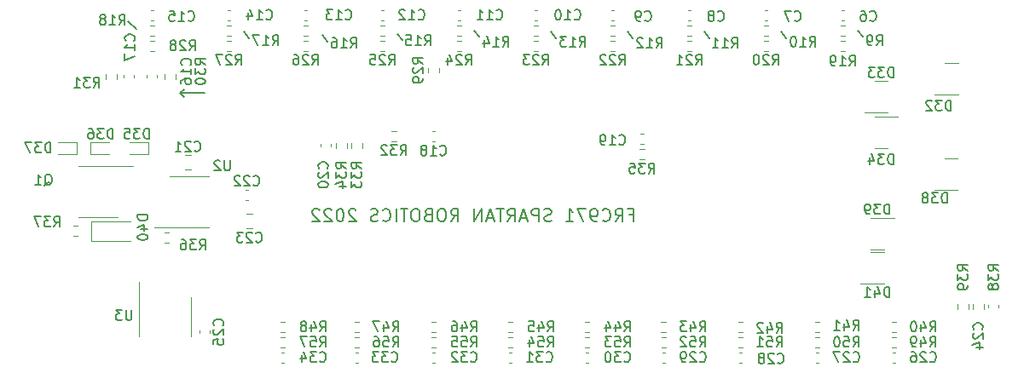
<source format=gbr>
%TF.GenerationSoftware,KiCad,Pcbnew,6.0.7-f9a2dced07~116~ubuntu20.04.1*%
%TF.CreationDate,2022-12-18T15:13:05-08:00*%
%TF.ProjectId,ButtonBd2,42757474-6f6e-4426-9432-2e6b69636164,rev?*%
%TF.SameCoordinates,Original*%
%TF.FileFunction,Legend,Bot*%
%TF.FilePolarity,Positive*%
%FSLAX46Y46*%
G04 Gerber Fmt 4.6, Leading zero omitted, Abs format (unit mm)*
G04 Created by KiCad (PCBNEW 6.0.7-f9a2dced07~116~ubuntu20.04.1) date 2022-12-18 15:13:05*
%MOMM*%
%LPD*%
G01*
G04 APERTURE LIST*
%ADD10C,0.150000*%
%ADD11C,0.203200*%
%ADD12C,0.120000*%
G04 APERTURE END LIST*
D10*
X126492000Y-66548000D02*
X125984000Y-65913000D01*
X111252000Y-66548000D02*
X110744000Y-65913000D01*
X118872000Y-66548000D02*
X118364000Y-65913000D01*
X96012000Y-66421000D02*
X95504000Y-65786000D01*
X68707000Y-72009000D02*
X66294000Y-72009000D01*
X80899000Y-66865500D02*
X80391000Y-66230500D01*
X66294000Y-72009000D02*
X66675000Y-72390000D01*
X61087000Y-64897000D02*
X61976000Y-65659000D01*
X134112000Y-66421000D02*
X133604000Y-65786000D01*
X88392000Y-66738500D02*
X87884000Y-66103500D01*
X66294000Y-72009000D02*
X66675000Y-71628000D01*
X103632000Y-66548000D02*
X103124000Y-65913000D01*
X73152000Y-66548000D02*
X72644000Y-65913000D01*
D11*
X110889142Y-84110285D02*
X111312476Y-84110285D01*
X111312476Y-84775523D02*
X111312476Y-83505523D01*
X110707714Y-83505523D01*
X109498190Y-84775523D02*
X109921523Y-84170761D01*
X110223904Y-84775523D02*
X110223904Y-83505523D01*
X109740095Y-83505523D01*
X109619142Y-83566000D01*
X109558666Y-83626476D01*
X109498190Y-83747428D01*
X109498190Y-83928857D01*
X109558666Y-84049809D01*
X109619142Y-84110285D01*
X109740095Y-84170761D01*
X110223904Y-84170761D01*
X108228190Y-84654571D02*
X108288666Y-84715047D01*
X108470095Y-84775523D01*
X108591047Y-84775523D01*
X108772476Y-84715047D01*
X108893428Y-84594095D01*
X108953904Y-84473142D01*
X109014380Y-84231238D01*
X109014380Y-84049809D01*
X108953904Y-83807904D01*
X108893428Y-83686952D01*
X108772476Y-83566000D01*
X108591047Y-83505523D01*
X108470095Y-83505523D01*
X108288666Y-83566000D01*
X108228190Y-83626476D01*
X107623428Y-84775523D02*
X107381523Y-84775523D01*
X107260571Y-84715047D01*
X107200095Y-84654571D01*
X107079142Y-84473142D01*
X107018666Y-84231238D01*
X107018666Y-83747428D01*
X107079142Y-83626476D01*
X107139619Y-83566000D01*
X107260571Y-83505523D01*
X107502476Y-83505523D01*
X107623428Y-83566000D01*
X107683904Y-83626476D01*
X107744380Y-83747428D01*
X107744380Y-84049809D01*
X107683904Y-84170761D01*
X107623428Y-84231238D01*
X107502476Y-84291714D01*
X107260571Y-84291714D01*
X107139619Y-84231238D01*
X107079142Y-84170761D01*
X107018666Y-84049809D01*
X106595333Y-83505523D02*
X105748666Y-83505523D01*
X106292952Y-84775523D01*
X104599619Y-84775523D02*
X105325333Y-84775523D01*
X104962476Y-84775523D02*
X104962476Y-83505523D01*
X105083428Y-83686952D01*
X105204380Y-83807904D01*
X105325333Y-83868380D01*
X103148190Y-84715047D02*
X102966761Y-84775523D01*
X102664380Y-84775523D01*
X102543428Y-84715047D01*
X102482952Y-84654571D01*
X102422476Y-84533619D01*
X102422476Y-84412666D01*
X102482952Y-84291714D01*
X102543428Y-84231238D01*
X102664380Y-84170761D01*
X102906285Y-84110285D01*
X103027238Y-84049809D01*
X103087714Y-83989333D01*
X103148190Y-83868380D01*
X103148190Y-83747428D01*
X103087714Y-83626476D01*
X103027238Y-83566000D01*
X102906285Y-83505523D01*
X102603904Y-83505523D01*
X102422476Y-83566000D01*
X101878190Y-84775523D02*
X101878190Y-83505523D01*
X101394380Y-83505523D01*
X101273428Y-83566000D01*
X101212952Y-83626476D01*
X101152476Y-83747428D01*
X101152476Y-83928857D01*
X101212952Y-84049809D01*
X101273428Y-84110285D01*
X101394380Y-84170761D01*
X101878190Y-84170761D01*
X100668666Y-84412666D02*
X100063904Y-84412666D01*
X100789619Y-84775523D02*
X100366285Y-83505523D01*
X99942952Y-84775523D01*
X98793904Y-84775523D02*
X99217238Y-84170761D01*
X99519619Y-84775523D02*
X99519619Y-83505523D01*
X99035809Y-83505523D01*
X98914857Y-83566000D01*
X98854380Y-83626476D01*
X98793904Y-83747428D01*
X98793904Y-83928857D01*
X98854380Y-84049809D01*
X98914857Y-84110285D01*
X99035809Y-84170761D01*
X99519619Y-84170761D01*
X98431047Y-83505523D02*
X97705333Y-83505523D01*
X98068190Y-84775523D02*
X98068190Y-83505523D01*
X97342476Y-84412666D02*
X96737714Y-84412666D01*
X97463428Y-84775523D02*
X97040095Y-83505523D01*
X96616761Y-84775523D01*
X96193428Y-84775523D02*
X96193428Y-83505523D01*
X95467714Y-84775523D01*
X95467714Y-83505523D01*
X93169619Y-84775523D02*
X93592952Y-84170761D01*
X93895333Y-84775523D02*
X93895333Y-83505523D01*
X93411523Y-83505523D01*
X93290571Y-83566000D01*
X93230095Y-83626476D01*
X93169619Y-83747428D01*
X93169619Y-83928857D01*
X93230095Y-84049809D01*
X93290571Y-84110285D01*
X93411523Y-84170761D01*
X93895333Y-84170761D01*
X92383428Y-83505523D02*
X92141523Y-83505523D01*
X92020571Y-83566000D01*
X91899619Y-83686952D01*
X91839142Y-83928857D01*
X91839142Y-84352190D01*
X91899619Y-84594095D01*
X92020571Y-84715047D01*
X92141523Y-84775523D01*
X92383428Y-84775523D01*
X92504380Y-84715047D01*
X92625333Y-84594095D01*
X92685809Y-84352190D01*
X92685809Y-83928857D01*
X92625333Y-83686952D01*
X92504380Y-83566000D01*
X92383428Y-83505523D01*
X90871523Y-84110285D02*
X90690095Y-84170761D01*
X90629619Y-84231238D01*
X90569142Y-84352190D01*
X90569142Y-84533619D01*
X90629619Y-84654571D01*
X90690095Y-84715047D01*
X90811047Y-84775523D01*
X91294857Y-84775523D01*
X91294857Y-83505523D01*
X90871523Y-83505523D01*
X90750571Y-83566000D01*
X90690095Y-83626476D01*
X90629619Y-83747428D01*
X90629619Y-83868380D01*
X90690095Y-83989333D01*
X90750571Y-84049809D01*
X90871523Y-84110285D01*
X91294857Y-84110285D01*
X89782952Y-83505523D02*
X89541047Y-83505523D01*
X89420095Y-83566000D01*
X89299142Y-83686952D01*
X89238666Y-83928857D01*
X89238666Y-84352190D01*
X89299142Y-84594095D01*
X89420095Y-84715047D01*
X89541047Y-84775523D01*
X89782952Y-84775523D01*
X89903904Y-84715047D01*
X90024857Y-84594095D01*
X90085333Y-84352190D01*
X90085333Y-83928857D01*
X90024857Y-83686952D01*
X89903904Y-83566000D01*
X89782952Y-83505523D01*
X88875809Y-83505523D02*
X88150095Y-83505523D01*
X88512952Y-84775523D02*
X88512952Y-83505523D01*
X87726761Y-84775523D02*
X87726761Y-83505523D01*
X86396285Y-84654571D02*
X86456761Y-84715047D01*
X86638190Y-84775523D01*
X86759142Y-84775523D01*
X86940571Y-84715047D01*
X87061523Y-84594095D01*
X87121999Y-84473142D01*
X87182476Y-84231238D01*
X87182476Y-84049809D01*
X87121999Y-83807904D01*
X87061523Y-83686952D01*
X86940571Y-83566000D01*
X86759142Y-83505523D01*
X86638190Y-83505523D01*
X86456761Y-83566000D01*
X86396285Y-83626476D01*
X85912476Y-84715047D02*
X85731047Y-84775523D01*
X85428666Y-84775523D01*
X85307714Y-84715047D01*
X85247238Y-84654571D01*
X85186761Y-84533619D01*
X85186761Y-84412666D01*
X85247238Y-84291714D01*
X85307714Y-84231238D01*
X85428666Y-84170761D01*
X85670571Y-84110285D01*
X85791523Y-84049809D01*
X85851999Y-83989333D01*
X85912476Y-83868380D01*
X85912476Y-83747428D01*
X85851999Y-83626476D01*
X85791523Y-83566000D01*
X85670571Y-83505523D01*
X85368190Y-83505523D01*
X85186761Y-83566000D01*
X83735333Y-83626476D02*
X83674857Y-83566000D01*
X83553904Y-83505523D01*
X83251523Y-83505523D01*
X83130571Y-83566000D01*
X83070095Y-83626476D01*
X83009619Y-83747428D01*
X83009619Y-83868380D01*
X83070095Y-84049809D01*
X83795809Y-84775523D01*
X83009619Y-84775523D01*
X82223428Y-83505523D02*
X82102476Y-83505523D01*
X81981523Y-83566000D01*
X81921047Y-83626476D01*
X81860571Y-83747428D01*
X81800095Y-83989333D01*
X81800095Y-84291714D01*
X81860571Y-84533619D01*
X81921047Y-84654571D01*
X81981523Y-84715047D01*
X82102476Y-84775523D01*
X82223428Y-84775523D01*
X82344380Y-84715047D01*
X82404857Y-84654571D01*
X82465333Y-84533619D01*
X82525809Y-84291714D01*
X82525809Y-83989333D01*
X82465333Y-83747428D01*
X82404857Y-83626476D01*
X82344380Y-83566000D01*
X82223428Y-83505523D01*
X81316285Y-83626476D02*
X81255809Y-83566000D01*
X81134857Y-83505523D01*
X80832476Y-83505523D01*
X80711523Y-83566000D01*
X80651047Y-83626476D01*
X80590571Y-83747428D01*
X80590571Y-83868380D01*
X80651047Y-84049809D01*
X81376761Y-84775523D01*
X80590571Y-84775523D01*
X80106761Y-83626476D02*
X80046285Y-83566000D01*
X79925333Y-83505523D01*
X79622952Y-83505523D01*
X79501999Y-83566000D01*
X79441523Y-83626476D01*
X79381047Y-83747428D01*
X79381047Y-83868380D01*
X79441523Y-84049809D01*
X80167238Y-84775523D01*
X79381047Y-84775523D01*
D10*
%TO.C,R15*%
X90558857Y-67254380D02*
X90892190Y-66778190D01*
X91130285Y-67254380D02*
X91130285Y-66254380D01*
X90749333Y-66254380D01*
X90654095Y-66302000D01*
X90606476Y-66349619D01*
X90558857Y-66444857D01*
X90558857Y-66587714D01*
X90606476Y-66682952D01*
X90654095Y-66730571D01*
X90749333Y-66778190D01*
X91130285Y-66778190D01*
X89606476Y-67254380D02*
X90177904Y-67254380D01*
X89892190Y-67254380D02*
X89892190Y-66254380D01*
X89987428Y-66397238D01*
X90082666Y-66492476D01*
X90177904Y-66540095D01*
X88701714Y-66254380D02*
X89177904Y-66254380D01*
X89225523Y-66730571D01*
X89177904Y-66682952D01*
X89082666Y-66635333D01*
X88844571Y-66635333D01*
X88749333Y-66682952D01*
X88701714Y-66730571D01*
X88654095Y-66825809D01*
X88654095Y-67063904D01*
X88701714Y-67159142D01*
X88749333Y-67206761D01*
X88844571Y-67254380D01*
X89082666Y-67254380D01*
X89177904Y-67206761D01*
X89225523Y-67159142D01*
%TO.C,R31*%
X57665857Y-71445380D02*
X57999190Y-70969190D01*
X58237285Y-71445380D02*
X58237285Y-70445380D01*
X57856333Y-70445380D01*
X57761095Y-70493000D01*
X57713476Y-70540619D01*
X57665857Y-70635857D01*
X57665857Y-70778714D01*
X57713476Y-70873952D01*
X57761095Y-70921571D01*
X57856333Y-70969190D01*
X58237285Y-70969190D01*
X57332523Y-70445380D02*
X56713476Y-70445380D01*
X57046809Y-70826333D01*
X56903952Y-70826333D01*
X56808714Y-70873952D01*
X56761095Y-70921571D01*
X56713476Y-71016809D01*
X56713476Y-71254904D01*
X56761095Y-71350142D01*
X56808714Y-71397761D01*
X56903952Y-71445380D01*
X57189666Y-71445380D01*
X57284904Y-71397761D01*
X57332523Y-71350142D01*
X55761095Y-71445380D02*
X56332523Y-71445380D01*
X56046809Y-71445380D02*
X56046809Y-70445380D01*
X56142047Y-70588238D01*
X56237285Y-70683476D01*
X56332523Y-70731095D01*
%TO.C,R21*%
X117482857Y-69192380D02*
X117816190Y-68716190D01*
X118054285Y-69192380D02*
X118054285Y-68192380D01*
X117673333Y-68192380D01*
X117578095Y-68240000D01*
X117530476Y-68287619D01*
X117482857Y-68382857D01*
X117482857Y-68525714D01*
X117530476Y-68620952D01*
X117578095Y-68668571D01*
X117673333Y-68716190D01*
X118054285Y-68716190D01*
X117101904Y-68287619D02*
X117054285Y-68240000D01*
X116959047Y-68192380D01*
X116720952Y-68192380D01*
X116625714Y-68240000D01*
X116578095Y-68287619D01*
X116530476Y-68382857D01*
X116530476Y-68478095D01*
X116578095Y-68620952D01*
X117149523Y-69192380D01*
X116530476Y-69192380D01*
X115578095Y-69192380D02*
X116149523Y-69192380D01*
X115863809Y-69192380D02*
X115863809Y-68192380D01*
X115959047Y-68335238D01*
X116054285Y-68430476D01*
X116149523Y-68478095D01*
%TO.C,Q1*%
X52800238Y-81192619D02*
X52895476Y-81145000D01*
X52990714Y-81049761D01*
X53133571Y-80906904D01*
X53228809Y-80859285D01*
X53324047Y-80859285D01*
X53276428Y-81097380D02*
X53371666Y-81049761D01*
X53466904Y-80954523D01*
X53514523Y-80764047D01*
X53514523Y-80430714D01*
X53466904Y-80240238D01*
X53371666Y-80145000D01*
X53276428Y-80097380D01*
X53085952Y-80097380D01*
X52990714Y-80145000D01*
X52895476Y-80240238D01*
X52847857Y-80430714D01*
X52847857Y-80764047D01*
X52895476Y-80954523D01*
X52990714Y-81049761D01*
X53085952Y-81097380D01*
X53276428Y-81097380D01*
X51895476Y-81097380D02*
X52466904Y-81097380D01*
X52181190Y-81097380D02*
X52181190Y-80097380D01*
X52276428Y-80240238D01*
X52371666Y-80335476D01*
X52466904Y-80383095D01*
%TO.C,R57*%
X80144857Y-97226380D02*
X80478190Y-96750190D01*
X80716285Y-97226380D02*
X80716285Y-96226380D01*
X80335333Y-96226380D01*
X80240095Y-96274000D01*
X80192476Y-96321619D01*
X80144857Y-96416857D01*
X80144857Y-96559714D01*
X80192476Y-96654952D01*
X80240095Y-96702571D01*
X80335333Y-96750190D01*
X80716285Y-96750190D01*
X79240095Y-96226380D02*
X79716285Y-96226380D01*
X79763904Y-96702571D01*
X79716285Y-96654952D01*
X79621047Y-96607333D01*
X79382952Y-96607333D01*
X79287714Y-96654952D01*
X79240095Y-96702571D01*
X79192476Y-96797809D01*
X79192476Y-97035904D01*
X79240095Y-97131142D01*
X79287714Y-97178761D01*
X79382952Y-97226380D01*
X79621047Y-97226380D01*
X79716285Y-97178761D01*
X79763904Y-97131142D01*
X78859142Y-96226380D02*
X78192476Y-96226380D01*
X78621047Y-97226380D01*
%TO.C,R28*%
X67190857Y-67762380D02*
X67524190Y-67286190D01*
X67762285Y-67762380D02*
X67762285Y-66762380D01*
X67381333Y-66762380D01*
X67286095Y-66810000D01*
X67238476Y-66857619D01*
X67190857Y-66952857D01*
X67190857Y-67095714D01*
X67238476Y-67190952D01*
X67286095Y-67238571D01*
X67381333Y-67286190D01*
X67762285Y-67286190D01*
X66809904Y-66857619D02*
X66762285Y-66810000D01*
X66667047Y-66762380D01*
X66428952Y-66762380D01*
X66333714Y-66810000D01*
X66286095Y-66857619D01*
X66238476Y-66952857D01*
X66238476Y-67048095D01*
X66286095Y-67190952D01*
X66857523Y-67762380D01*
X66238476Y-67762380D01*
X65667047Y-67190952D02*
X65762285Y-67143333D01*
X65809904Y-67095714D01*
X65857523Y-67000476D01*
X65857523Y-66952857D01*
X65809904Y-66857619D01*
X65762285Y-66810000D01*
X65667047Y-66762380D01*
X65476571Y-66762380D01*
X65381333Y-66810000D01*
X65333714Y-66857619D01*
X65286095Y-66952857D01*
X65286095Y-67000476D01*
X65333714Y-67095714D01*
X65381333Y-67143333D01*
X65476571Y-67190952D01*
X65667047Y-67190952D01*
X65762285Y-67238571D01*
X65809904Y-67286190D01*
X65857523Y-67381428D01*
X65857523Y-67571904D01*
X65809904Y-67667142D01*
X65762285Y-67714761D01*
X65667047Y-67762380D01*
X65476571Y-67762380D01*
X65381333Y-67714761D01*
X65333714Y-67667142D01*
X65286095Y-67571904D01*
X65286095Y-67381428D01*
X65333714Y-67286190D01*
X65381333Y-67238571D01*
X65476571Y-67190952D01*
%TO.C,C9*%
X112434666Y-64746142D02*
X112482285Y-64793761D01*
X112625142Y-64841380D01*
X112720380Y-64841380D01*
X112863238Y-64793761D01*
X112958476Y-64698523D01*
X113006095Y-64603285D01*
X113053714Y-64412809D01*
X113053714Y-64269952D01*
X113006095Y-64079476D01*
X112958476Y-63984238D01*
X112863238Y-63889000D01*
X112720380Y-63841380D01*
X112625142Y-63841380D01*
X112482285Y-63889000D01*
X112434666Y-63936619D01*
X111958476Y-64841380D02*
X111768000Y-64841380D01*
X111672761Y-64793761D01*
X111625142Y-64746142D01*
X111529904Y-64603285D01*
X111482285Y-64412809D01*
X111482285Y-64031857D01*
X111529904Y-63936619D01*
X111577523Y-63889000D01*
X111672761Y-63841380D01*
X111863238Y-63841380D01*
X111958476Y-63889000D01*
X112006095Y-63936619D01*
X112053714Y-64031857D01*
X112053714Y-64269952D01*
X112006095Y-64365190D01*
X111958476Y-64412809D01*
X111863238Y-64460428D01*
X111672761Y-64460428D01*
X111577523Y-64412809D01*
X111529904Y-64365190D01*
X111482285Y-64269952D01*
%TO.C,D34*%
X137104285Y-79065380D02*
X137104285Y-78065380D01*
X136866190Y-78065380D01*
X136723333Y-78113000D01*
X136628095Y-78208238D01*
X136580476Y-78303476D01*
X136532857Y-78493952D01*
X136532857Y-78636809D01*
X136580476Y-78827285D01*
X136628095Y-78922523D01*
X136723333Y-79017761D01*
X136866190Y-79065380D01*
X137104285Y-79065380D01*
X136199523Y-78065380D02*
X135580476Y-78065380D01*
X135913809Y-78446333D01*
X135770952Y-78446333D01*
X135675714Y-78493952D01*
X135628095Y-78541571D01*
X135580476Y-78636809D01*
X135580476Y-78874904D01*
X135628095Y-78970142D01*
X135675714Y-79017761D01*
X135770952Y-79065380D01*
X136056666Y-79065380D01*
X136151904Y-79017761D01*
X136199523Y-78970142D01*
X134723333Y-78398714D02*
X134723333Y-79065380D01*
X134961428Y-78017761D02*
X135199523Y-78732047D01*
X134580476Y-78732047D01*
%TO.C,R50*%
X133103857Y-97226380D02*
X133437190Y-96750190D01*
X133675285Y-97226380D02*
X133675285Y-96226380D01*
X133294333Y-96226380D01*
X133199095Y-96274000D01*
X133151476Y-96321619D01*
X133103857Y-96416857D01*
X133103857Y-96559714D01*
X133151476Y-96654952D01*
X133199095Y-96702571D01*
X133294333Y-96750190D01*
X133675285Y-96750190D01*
X132199095Y-96226380D02*
X132675285Y-96226380D01*
X132722904Y-96702571D01*
X132675285Y-96654952D01*
X132580047Y-96607333D01*
X132341952Y-96607333D01*
X132246714Y-96654952D01*
X132199095Y-96702571D01*
X132151476Y-96797809D01*
X132151476Y-97035904D01*
X132199095Y-97131142D01*
X132246714Y-97178761D01*
X132341952Y-97226380D01*
X132580047Y-97226380D01*
X132675285Y-97178761D01*
X132722904Y-97131142D01*
X131532428Y-96226380D02*
X131437190Y-96226380D01*
X131341952Y-96274000D01*
X131294333Y-96321619D01*
X131246714Y-96416857D01*
X131199095Y-96607333D01*
X131199095Y-96845428D01*
X131246714Y-97035904D01*
X131294333Y-97131142D01*
X131341952Y-97178761D01*
X131437190Y-97226380D01*
X131532428Y-97226380D01*
X131627666Y-97178761D01*
X131675285Y-97131142D01*
X131722904Y-97035904D01*
X131770523Y-96845428D01*
X131770523Y-96607333D01*
X131722904Y-96416857D01*
X131675285Y-96321619D01*
X131627666Y-96274000D01*
X131532428Y-96226380D01*
%TO.C,C16*%
X67286142Y-69207142D02*
X67333761Y-69159523D01*
X67381380Y-69016666D01*
X67381380Y-68921428D01*
X67333761Y-68778571D01*
X67238523Y-68683333D01*
X67143285Y-68635714D01*
X66952809Y-68588095D01*
X66809952Y-68588095D01*
X66619476Y-68635714D01*
X66524238Y-68683333D01*
X66429000Y-68778571D01*
X66381380Y-68921428D01*
X66381380Y-69016666D01*
X66429000Y-69159523D01*
X66476619Y-69207142D01*
X67381380Y-70159523D02*
X67381380Y-69588095D01*
X67381380Y-69873809D02*
X66381380Y-69873809D01*
X66524238Y-69778571D01*
X66619476Y-69683333D01*
X66667095Y-69588095D01*
X66381380Y-71016666D02*
X66381380Y-70826190D01*
X66429000Y-70730952D01*
X66476619Y-70683333D01*
X66619476Y-70588095D01*
X66809952Y-70540476D01*
X67190904Y-70540476D01*
X67286142Y-70588095D01*
X67333761Y-70635714D01*
X67381380Y-70730952D01*
X67381380Y-70921428D01*
X67333761Y-71016666D01*
X67286142Y-71064285D01*
X67190904Y-71111904D01*
X66952809Y-71111904D01*
X66857571Y-71064285D01*
X66809952Y-71016666D01*
X66762333Y-70921428D01*
X66762333Y-70730952D01*
X66809952Y-70635714D01*
X66857571Y-70588095D01*
X66952809Y-70540476D01*
%TO.C,R36*%
X68206857Y-87574380D02*
X68540190Y-87098190D01*
X68778285Y-87574380D02*
X68778285Y-86574380D01*
X68397333Y-86574380D01*
X68302095Y-86622000D01*
X68254476Y-86669619D01*
X68206857Y-86764857D01*
X68206857Y-86907714D01*
X68254476Y-87002952D01*
X68302095Y-87050571D01*
X68397333Y-87098190D01*
X68778285Y-87098190D01*
X67873523Y-86574380D02*
X67254476Y-86574380D01*
X67587809Y-86955333D01*
X67444952Y-86955333D01*
X67349714Y-87002952D01*
X67302095Y-87050571D01*
X67254476Y-87145809D01*
X67254476Y-87383904D01*
X67302095Y-87479142D01*
X67349714Y-87526761D01*
X67444952Y-87574380D01*
X67730666Y-87574380D01*
X67825904Y-87526761D01*
X67873523Y-87479142D01*
X66397333Y-86574380D02*
X66587809Y-86574380D01*
X66683047Y-86622000D01*
X66730666Y-86669619D01*
X66825904Y-86812476D01*
X66873523Y-87002952D01*
X66873523Y-87383904D01*
X66825904Y-87479142D01*
X66778285Y-87526761D01*
X66683047Y-87574380D01*
X66492571Y-87574380D01*
X66397333Y-87526761D01*
X66349714Y-87479142D01*
X66302095Y-87383904D01*
X66302095Y-87145809D01*
X66349714Y-87050571D01*
X66397333Y-87002952D01*
X66492571Y-86955333D01*
X66683047Y-86955333D01*
X66778285Y-87002952D01*
X66825904Y-87050571D01*
X66873523Y-87145809D01*
%TO.C,R16*%
X83192857Y-67508380D02*
X83526190Y-67032190D01*
X83764285Y-67508380D02*
X83764285Y-66508380D01*
X83383333Y-66508380D01*
X83288095Y-66556000D01*
X83240476Y-66603619D01*
X83192857Y-66698857D01*
X83192857Y-66841714D01*
X83240476Y-66936952D01*
X83288095Y-66984571D01*
X83383333Y-67032190D01*
X83764285Y-67032190D01*
X82240476Y-67508380D02*
X82811904Y-67508380D01*
X82526190Y-67508380D02*
X82526190Y-66508380D01*
X82621428Y-66651238D01*
X82716666Y-66746476D01*
X82811904Y-66794095D01*
X81383333Y-66508380D02*
X81573809Y-66508380D01*
X81669047Y-66556000D01*
X81716666Y-66603619D01*
X81811904Y-66746476D01*
X81859523Y-66936952D01*
X81859523Y-67317904D01*
X81811904Y-67413142D01*
X81764285Y-67460761D01*
X81669047Y-67508380D01*
X81478571Y-67508380D01*
X81383333Y-67460761D01*
X81335714Y-67413142D01*
X81288095Y-67317904D01*
X81288095Y-67079809D01*
X81335714Y-66984571D01*
X81383333Y-66936952D01*
X81478571Y-66889333D01*
X81669047Y-66889333D01*
X81764285Y-66936952D01*
X81811904Y-66984571D01*
X81859523Y-67079809D01*
%TO.C,R55*%
X95130857Y-97226380D02*
X95464190Y-96750190D01*
X95702285Y-97226380D02*
X95702285Y-96226380D01*
X95321333Y-96226380D01*
X95226095Y-96274000D01*
X95178476Y-96321619D01*
X95130857Y-96416857D01*
X95130857Y-96559714D01*
X95178476Y-96654952D01*
X95226095Y-96702571D01*
X95321333Y-96750190D01*
X95702285Y-96750190D01*
X94226095Y-96226380D02*
X94702285Y-96226380D01*
X94749904Y-96702571D01*
X94702285Y-96654952D01*
X94607047Y-96607333D01*
X94368952Y-96607333D01*
X94273714Y-96654952D01*
X94226095Y-96702571D01*
X94178476Y-96797809D01*
X94178476Y-97035904D01*
X94226095Y-97131142D01*
X94273714Y-97178761D01*
X94368952Y-97226380D01*
X94607047Y-97226380D01*
X94702285Y-97178761D01*
X94749904Y-97131142D01*
X93273714Y-96226380D02*
X93749904Y-96226380D01*
X93797523Y-96702571D01*
X93749904Y-96654952D01*
X93654666Y-96607333D01*
X93416571Y-96607333D01*
X93321333Y-96654952D01*
X93273714Y-96702571D01*
X93226095Y-96797809D01*
X93226095Y-97035904D01*
X93273714Y-97131142D01*
X93321333Y-97178761D01*
X93416571Y-97226380D01*
X93654666Y-97226380D01*
X93749904Y-97178761D01*
X93797523Y-97131142D01*
%TO.C,C28*%
X125610857Y-98782142D02*
X125658476Y-98829761D01*
X125801333Y-98877380D01*
X125896571Y-98877380D01*
X126039428Y-98829761D01*
X126134666Y-98734523D01*
X126182285Y-98639285D01*
X126229904Y-98448809D01*
X126229904Y-98305952D01*
X126182285Y-98115476D01*
X126134666Y-98020238D01*
X126039428Y-97925000D01*
X125896571Y-97877380D01*
X125801333Y-97877380D01*
X125658476Y-97925000D01*
X125610857Y-97972619D01*
X125229904Y-97972619D02*
X125182285Y-97925000D01*
X125087047Y-97877380D01*
X124848952Y-97877380D01*
X124753714Y-97925000D01*
X124706095Y-97972619D01*
X124658476Y-98067857D01*
X124658476Y-98163095D01*
X124706095Y-98305952D01*
X125277523Y-98877380D01*
X124658476Y-98877380D01*
X124087047Y-98305952D02*
X124182285Y-98258333D01*
X124229904Y-98210714D01*
X124277523Y-98115476D01*
X124277523Y-98067857D01*
X124229904Y-97972619D01*
X124182285Y-97925000D01*
X124087047Y-97877380D01*
X123896571Y-97877380D01*
X123801333Y-97925000D01*
X123753714Y-97972619D01*
X123706095Y-98067857D01*
X123706095Y-98115476D01*
X123753714Y-98210714D01*
X123801333Y-98258333D01*
X123896571Y-98305952D01*
X124087047Y-98305952D01*
X124182285Y-98353571D01*
X124229904Y-98401190D01*
X124277523Y-98496428D01*
X124277523Y-98686904D01*
X124229904Y-98782142D01*
X124182285Y-98829761D01*
X124087047Y-98877380D01*
X123896571Y-98877380D01*
X123801333Y-98829761D01*
X123753714Y-98782142D01*
X123706095Y-98686904D01*
X123706095Y-98496428D01*
X123753714Y-98401190D01*
X123801333Y-98353571D01*
X123896571Y-98305952D01*
%TO.C,C22*%
X73540857Y-81129142D02*
X73588476Y-81176761D01*
X73731333Y-81224380D01*
X73826571Y-81224380D01*
X73969428Y-81176761D01*
X74064666Y-81081523D01*
X74112285Y-80986285D01*
X74159904Y-80795809D01*
X74159904Y-80652952D01*
X74112285Y-80462476D01*
X74064666Y-80367238D01*
X73969428Y-80272000D01*
X73826571Y-80224380D01*
X73731333Y-80224380D01*
X73588476Y-80272000D01*
X73540857Y-80319619D01*
X73159904Y-80319619D02*
X73112285Y-80272000D01*
X73017047Y-80224380D01*
X72778952Y-80224380D01*
X72683714Y-80272000D01*
X72636095Y-80319619D01*
X72588476Y-80414857D01*
X72588476Y-80510095D01*
X72636095Y-80652952D01*
X73207523Y-81224380D01*
X72588476Y-81224380D01*
X72207523Y-80319619D02*
X72159904Y-80272000D01*
X72064666Y-80224380D01*
X71826571Y-80224380D01*
X71731333Y-80272000D01*
X71683714Y-80319619D01*
X71636095Y-80414857D01*
X71636095Y-80510095D01*
X71683714Y-80652952D01*
X72255142Y-81224380D01*
X71636095Y-81224380D01*
%TO.C,R43*%
X117863857Y-95702380D02*
X118197190Y-95226190D01*
X118435285Y-95702380D02*
X118435285Y-94702380D01*
X118054333Y-94702380D01*
X117959095Y-94750000D01*
X117911476Y-94797619D01*
X117863857Y-94892857D01*
X117863857Y-95035714D01*
X117911476Y-95130952D01*
X117959095Y-95178571D01*
X118054333Y-95226190D01*
X118435285Y-95226190D01*
X117006714Y-95035714D02*
X117006714Y-95702380D01*
X117244809Y-94654761D02*
X117482904Y-95369047D01*
X116863857Y-95369047D01*
X116578142Y-94702380D02*
X115959095Y-94702380D01*
X116292428Y-95083333D01*
X116149571Y-95083333D01*
X116054333Y-95130952D01*
X116006714Y-95178571D01*
X115959095Y-95273809D01*
X115959095Y-95511904D01*
X116006714Y-95607142D01*
X116054333Y-95654761D01*
X116149571Y-95702380D01*
X116435285Y-95702380D01*
X116530523Y-95654761D01*
X116578142Y-95607142D01*
%TO.C,R46*%
X95130857Y-95702380D02*
X95464190Y-95226190D01*
X95702285Y-95702380D02*
X95702285Y-94702380D01*
X95321333Y-94702380D01*
X95226095Y-94750000D01*
X95178476Y-94797619D01*
X95130857Y-94892857D01*
X95130857Y-95035714D01*
X95178476Y-95130952D01*
X95226095Y-95178571D01*
X95321333Y-95226190D01*
X95702285Y-95226190D01*
X94273714Y-95035714D02*
X94273714Y-95702380D01*
X94511809Y-94654761D02*
X94749904Y-95369047D01*
X94130857Y-95369047D01*
X93321333Y-94702380D02*
X93511809Y-94702380D01*
X93607047Y-94750000D01*
X93654666Y-94797619D01*
X93749904Y-94940476D01*
X93797523Y-95130952D01*
X93797523Y-95511904D01*
X93749904Y-95607142D01*
X93702285Y-95654761D01*
X93607047Y-95702380D01*
X93416571Y-95702380D01*
X93321333Y-95654761D01*
X93273714Y-95607142D01*
X93226095Y-95511904D01*
X93226095Y-95273809D01*
X93273714Y-95178571D01*
X93321333Y-95130952D01*
X93416571Y-95083333D01*
X93607047Y-95083333D01*
X93702285Y-95130952D01*
X93749904Y-95178571D01*
X93797523Y-95273809D01*
%TO.C,R18*%
X60205857Y-65222380D02*
X60539190Y-64746190D01*
X60777285Y-65222380D02*
X60777285Y-64222380D01*
X60396333Y-64222380D01*
X60301095Y-64270000D01*
X60253476Y-64317619D01*
X60205857Y-64412857D01*
X60205857Y-64555714D01*
X60253476Y-64650952D01*
X60301095Y-64698571D01*
X60396333Y-64746190D01*
X60777285Y-64746190D01*
X59253476Y-65222380D02*
X59824904Y-65222380D01*
X59539190Y-65222380D02*
X59539190Y-64222380D01*
X59634428Y-64365238D01*
X59729666Y-64460476D01*
X59824904Y-64508095D01*
X58682047Y-64650952D02*
X58777285Y-64603333D01*
X58824904Y-64555714D01*
X58872523Y-64460476D01*
X58872523Y-64412857D01*
X58824904Y-64317619D01*
X58777285Y-64270000D01*
X58682047Y-64222380D01*
X58491571Y-64222380D01*
X58396333Y-64270000D01*
X58348714Y-64317619D01*
X58301095Y-64412857D01*
X58301095Y-64460476D01*
X58348714Y-64555714D01*
X58396333Y-64603333D01*
X58491571Y-64650952D01*
X58682047Y-64650952D01*
X58777285Y-64698571D01*
X58824904Y-64746190D01*
X58872523Y-64841428D01*
X58872523Y-65031904D01*
X58824904Y-65127142D01*
X58777285Y-65174761D01*
X58682047Y-65222380D01*
X58491571Y-65222380D01*
X58396333Y-65174761D01*
X58348714Y-65127142D01*
X58301095Y-65031904D01*
X58301095Y-64841428D01*
X58348714Y-64746190D01*
X58396333Y-64698571D01*
X58491571Y-64650952D01*
%TO.C,R24*%
X94622857Y-69192380D02*
X94956190Y-68716190D01*
X95194285Y-69192380D02*
X95194285Y-68192380D01*
X94813333Y-68192380D01*
X94718095Y-68240000D01*
X94670476Y-68287619D01*
X94622857Y-68382857D01*
X94622857Y-68525714D01*
X94670476Y-68620952D01*
X94718095Y-68668571D01*
X94813333Y-68716190D01*
X95194285Y-68716190D01*
X94241904Y-68287619D02*
X94194285Y-68240000D01*
X94099047Y-68192380D01*
X93860952Y-68192380D01*
X93765714Y-68240000D01*
X93718095Y-68287619D01*
X93670476Y-68382857D01*
X93670476Y-68478095D01*
X93718095Y-68620952D01*
X94289523Y-69192380D01*
X93670476Y-69192380D01*
X92813333Y-68525714D02*
X92813333Y-69192380D01*
X93051428Y-68144761D02*
X93289523Y-68859047D01*
X92670476Y-68859047D01*
%TO.C,C17*%
X61698142Y-66794142D02*
X61745761Y-66746523D01*
X61793380Y-66603666D01*
X61793380Y-66508428D01*
X61745761Y-66365571D01*
X61650523Y-66270333D01*
X61555285Y-66222714D01*
X61364809Y-66175095D01*
X61221952Y-66175095D01*
X61031476Y-66222714D01*
X60936238Y-66270333D01*
X60841000Y-66365571D01*
X60793380Y-66508428D01*
X60793380Y-66603666D01*
X60841000Y-66746523D01*
X60888619Y-66794142D01*
X61793380Y-67746523D02*
X61793380Y-67175095D01*
X61793380Y-67460809D02*
X60793380Y-67460809D01*
X60936238Y-67365571D01*
X61031476Y-67270333D01*
X61079095Y-67175095D01*
X60793380Y-68079857D02*
X60793380Y-68746523D01*
X61793380Y-68317952D01*
%TO.C,R38*%
X147518380Y-89654142D02*
X147042190Y-89320809D01*
X147518380Y-89082714D02*
X146518380Y-89082714D01*
X146518380Y-89463666D01*
X146566000Y-89558904D01*
X146613619Y-89606523D01*
X146708857Y-89654142D01*
X146851714Y-89654142D01*
X146946952Y-89606523D01*
X146994571Y-89558904D01*
X147042190Y-89463666D01*
X147042190Y-89082714D01*
X146518380Y-89987476D02*
X146518380Y-90606523D01*
X146899333Y-90273190D01*
X146899333Y-90416047D01*
X146946952Y-90511285D01*
X146994571Y-90558904D01*
X147089809Y-90606523D01*
X147327904Y-90606523D01*
X147423142Y-90558904D01*
X147470761Y-90511285D01*
X147518380Y-90416047D01*
X147518380Y-90130333D01*
X147470761Y-90035095D01*
X147423142Y-89987476D01*
X146946952Y-91177952D02*
X146899333Y-91082714D01*
X146851714Y-91035095D01*
X146756476Y-90987476D01*
X146708857Y-90987476D01*
X146613619Y-91035095D01*
X146566000Y-91082714D01*
X146518380Y-91177952D01*
X146518380Y-91368428D01*
X146566000Y-91463666D01*
X146613619Y-91511285D01*
X146708857Y-91558904D01*
X146756476Y-91558904D01*
X146851714Y-91511285D01*
X146899333Y-91463666D01*
X146946952Y-91368428D01*
X146946952Y-91177952D01*
X146994571Y-91082714D01*
X147042190Y-91035095D01*
X147137428Y-90987476D01*
X147327904Y-90987476D01*
X147423142Y-91035095D01*
X147470761Y-91082714D01*
X147518380Y-91177952D01*
X147518380Y-91368428D01*
X147470761Y-91463666D01*
X147423142Y-91511285D01*
X147327904Y-91558904D01*
X147137428Y-91558904D01*
X147042190Y-91511285D01*
X146994571Y-91463666D01*
X146946952Y-91368428D01*
%TO.C,R51*%
X125483857Y-97226380D02*
X125817190Y-96750190D01*
X126055285Y-97226380D02*
X126055285Y-96226380D01*
X125674333Y-96226380D01*
X125579095Y-96274000D01*
X125531476Y-96321619D01*
X125483857Y-96416857D01*
X125483857Y-96559714D01*
X125531476Y-96654952D01*
X125579095Y-96702571D01*
X125674333Y-96750190D01*
X126055285Y-96750190D01*
X124579095Y-96226380D02*
X125055285Y-96226380D01*
X125102904Y-96702571D01*
X125055285Y-96654952D01*
X124960047Y-96607333D01*
X124721952Y-96607333D01*
X124626714Y-96654952D01*
X124579095Y-96702571D01*
X124531476Y-96797809D01*
X124531476Y-97035904D01*
X124579095Y-97131142D01*
X124626714Y-97178761D01*
X124721952Y-97226380D01*
X124960047Y-97226380D01*
X125055285Y-97178761D01*
X125102904Y-97131142D01*
X123579095Y-97226380D02*
X124150523Y-97226380D01*
X123864809Y-97226380D02*
X123864809Y-96226380D01*
X123960047Y-96369238D01*
X124055285Y-96464476D01*
X124150523Y-96512095D01*
%TO.C,R29*%
X90368380Y-69080142D02*
X89892190Y-68746809D01*
X90368380Y-68508714D02*
X89368380Y-68508714D01*
X89368380Y-68889666D01*
X89416000Y-68984904D01*
X89463619Y-69032523D01*
X89558857Y-69080142D01*
X89701714Y-69080142D01*
X89796952Y-69032523D01*
X89844571Y-68984904D01*
X89892190Y-68889666D01*
X89892190Y-68508714D01*
X89463619Y-69461095D02*
X89416000Y-69508714D01*
X89368380Y-69603952D01*
X89368380Y-69842047D01*
X89416000Y-69937285D01*
X89463619Y-69984904D01*
X89558857Y-70032523D01*
X89654095Y-70032523D01*
X89796952Y-69984904D01*
X90368380Y-69413476D01*
X90368380Y-70032523D01*
X90368380Y-70508714D02*
X90368380Y-70699190D01*
X90320761Y-70794428D01*
X90273142Y-70842047D01*
X90130285Y-70937285D01*
X89939809Y-70984904D01*
X89558857Y-70984904D01*
X89463619Y-70937285D01*
X89416000Y-70889666D01*
X89368380Y-70794428D01*
X89368380Y-70603952D01*
X89416000Y-70508714D01*
X89463619Y-70461095D01*
X89558857Y-70413476D01*
X89796952Y-70413476D01*
X89892190Y-70461095D01*
X89939809Y-70508714D01*
X89987428Y-70603952D01*
X89987428Y-70794428D01*
X89939809Y-70889666D01*
X89892190Y-70937285D01*
X89796952Y-70984904D01*
%TO.C,R10*%
X128785857Y-67381380D02*
X129119190Y-66905190D01*
X129357285Y-67381380D02*
X129357285Y-66381380D01*
X128976333Y-66381380D01*
X128881095Y-66429000D01*
X128833476Y-66476619D01*
X128785857Y-66571857D01*
X128785857Y-66714714D01*
X128833476Y-66809952D01*
X128881095Y-66857571D01*
X128976333Y-66905190D01*
X129357285Y-66905190D01*
X127833476Y-67381380D02*
X128404904Y-67381380D01*
X128119190Y-67381380D02*
X128119190Y-66381380D01*
X128214428Y-66524238D01*
X128309666Y-66619476D01*
X128404904Y-66667095D01*
X127214428Y-66381380D02*
X127119190Y-66381380D01*
X127023952Y-66429000D01*
X126976333Y-66476619D01*
X126928714Y-66571857D01*
X126881095Y-66762333D01*
X126881095Y-67000428D01*
X126928714Y-67190904D01*
X126976333Y-67286142D01*
X127023952Y-67333761D01*
X127119190Y-67381380D01*
X127214428Y-67381380D01*
X127309666Y-67333761D01*
X127357285Y-67286142D01*
X127404904Y-67190904D01*
X127452523Y-67000428D01*
X127452523Y-66762333D01*
X127404904Y-66571857D01*
X127357285Y-66476619D01*
X127309666Y-66429000D01*
X127214428Y-66381380D01*
%TO.C,C20*%
X80875142Y-79494142D02*
X80922761Y-79446523D01*
X80970380Y-79303666D01*
X80970380Y-79208428D01*
X80922761Y-79065571D01*
X80827523Y-78970333D01*
X80732285Y-78922714D01*
X80541809Y-78875095D01*
X80398952Y-78875095D01*
X80208476Y-78922714D01*
X80113238Y-78970333D01*
X80018000Y-79065571D01*
X79970380Y-79208428D01*
X79970380Y-79303666D01*
X80018000Y-79446523D01*
X80065619Y-79494142D01*
X80065619Y-79875095D02*
X80018000Y-79922714D01*
X79970380Y-80017952D01*
X79970380Y-80256047D01*
X80018000Y-80351285D01*
X80065619Y-80398904D01*
X80160857Y-80446523D01*
X80256095Y-80446523D01*
X80398952Y-80398904D01*
X80970380Y-79827476D01*
X80970380Y-80446523D01*
X79970380Y-81065571D02*
X79970380Y-81160809D01*
X80018000Y-81256047D01*
X80065619Y-81303666D01*
X80160857Y-81351285D01*
X80351333Y-81398904D01*
X80589428Y-81398904D01*
X80779904Y-81351285D01*
X80875142Y-81303666D01*
X80922761Y-81256047D01*
X80970380Y-81160809D01*
X80970380Y-81065571D01*
X80922761Y-80970333D01*
X80875142Y-80922714D01*
X80779904Y-80875095D01*
X80589428Y-80827476D01*
X80351333Y-80827476D01*
X80160857Y-80875095D01*
X80065619Y-80922714D01*
X80018000Y-80970333D01*
X79970380Y-81065571D01*
%TO.C,C33*%
X87256857Y-98655142D02*
X87304476Y-98702761D01*
X87447333Y-98750380D01*
X87542571Y-98750380D01*
X87685428Y-98702761D01*
X87780666Y-98607523D01*
X87828285Y-98512285D01*
X87875904Y-98321809D01*
X87875904Y-98178952D01*
X87828285Y-97988476D01*
X87780666Y-97893238D01*
X87685428Y-97798000D01*
X87542571Y-97750380D01*
X87447333Y-97750380D01*
X87304476Y-97798000D01*
X87256857Y-97845619D01*
X86923523Y-97750380D02*
X86304476Y-97750380D01*
X86637809Y-98131333D01*
X86494952Y-98131333D01*
X86399714Y-98178952D01*
X86352095Y-98226571D01*
X86304476Y-98321809D01*
X86304476Y-98559904D01*
X86352095Y-98655142D01*
X86399714Y-98702761D01*
X86494952Y-98750380D01*
X86780666Y-98750380D01*
X86875904Y-98702761D01*
X86923523Y-98655142D01*
X85971142Y-97750380D02*
X85352095Y-97750380D01*
X85685428Y-98131333D01*
X85542571Y-98131333D01*
X85447333Y-98178952D01*
X85399714Y-98226571D01*
X85352095Y-98321809D01*
X85352095Y-98559904D01*
X85399714Y-98655142D01*
X85447333Y-98702761D01*
X85542571Y-98750380D01*
X85828285Y-98750380D01*
X85923523Y-98702761D01*
X85971142Y-98655142D01*
%TO.C,R33*%
X84272380Y-79494142D02*
X83796190Y-79160809D01*
X84272380Y-78922714D02*
X83272380Y-78922714D01*
X83272380Y-79303666D01*
X83320000Y-79398904D01*
X83367619Y-79446523D01*
X83462857Y-79494142D01*
X83605714Y-79494142D01*
X83700952Y-79446523D01*
X83748571Y-79398904D01*
X83796190Y-79303666D01*
X83796190Y-78922714D01*
X83272380Y-79827476D02*
X83272380Y-80446523D01*
X83653333Y-80113190D01*
X83653333Y-80256047D01*
X83700952Y-80351285D01*
X83748571Y-80398904D01*
X83843809Y-80446523D01*
X84081904Y-80446523D01*
X84177142Y-80398904D01*
X84224761Y-80351285D01*
X84272380Y-80256047D01*
X84272380Y-79970333D01*
X84224761Y-79875095D01*
X84177142Y-79827476D01*
X83272380Y-80779857D02*
X83272380Y-81398904D01*
X83653333Y-81065571D01*
X83653333Y-81208428D01*
X83700952Y-81303666D01*
X83748571Y-81351285D01*
X83843809Y-81398904D01*
X84081904Y-81398904D01*
X84177142Y-81351285D01*
X84224761Y-81303666D01*
X84272380Y-81208428D01*
X84272380Y-80922714D01*
X84224761Y-80827476D01*
X84177142Y-80779857D01*
%TO.C,D39*%
X136723285Y-84031380D02*
X136723285Y-83031380D01*
X136485190Y-83031380D01*
X136342333Y-83079000D01*
X136247095Y-83174238D01*
X136199476Y-83269476D01*
X136151857Y-83459952D01*
X136151857Y-83602809D01*
X136199476Y-83793285D01*
X136247095Y-83888523D01*
X136342333Y-83983761D01*
X136485190Y-84031380D01*
X136723285Y-84031380D01*
X135818523Y-83031380D02*
X135199476Y-83031380D01*
X135532809Y-83412333D01*
X135389952Y-83412333D01*
X135294714Y-83459952D01*
X135247095Y-83507571D01*
X135199476Y-83602809D01*
X135199476Y-83840904D01*
X135247095Y-83936142D01*
X135294714Y-83983761D01*
X135389952Y-84031380D01*
X135675666Y-84031380D01*
X135770904Y-83983761D01*
X135818523Y-83936142D01*
X134723285Y-84031380D02*
X134532809Y-84031380D01*
X134437571Y-83983761D01*
X134389952Y-83936142D01*
X134294714Y-83793285D01*
X134247095Y-83602809D01*
X134247095Y-83221857D01*
X134294714Y-83126619D01*
X134342333Y-83079000D01*
X134437571Y-83031380D01*
X134628047Y-83031380D01*
X134723285Y-83079000D01*
X134770904Y-83126619D01*
X134818523Y-83221857D01*
X134818523Y-83459952D01*
X134770904Y-83555190D01*
X134723285Y-83602809D01*
X134628047Y-83650428D01*
X134437571Y-83650428D01*
X134342333Y-83602809D01*
X134294714Y-83555190D01*
X134247095Y-83459952D01*
%TO.C,C21*%
X67698857Y-77700142D02*
X67746476Y-77747761D01*
X67889333Y-77795380D01*
X67984571Y-77795380D01*
X68127428Y-77747761D01*
X68222666Y-77652523D01*
X68270285Y-77557285D01*
X68317904Y-77366809D01*
X68317904Y-77223952D01*
X68270285Y-77033476D01*
X68222666Y-76938238D01*
X68127428Y-76843000D01*
X67984571Y-76795380D01*
X67889333Y-76795380D01*
X67746476Y-76843000D01*
X67698857Y-76890619D01*
X67317904Y-76890619D02*
X67270285Y-76843000D01*
X67175047Y-76795380D01*
X66936952Y-76795380D01*
X66841714Y-76843000D01*
X66794095Y-76890619D01*
X66746476Y-76985857D01*
X66746476Y-77081095D01*
X66794095Y-77223952D01*
X67365523Y-77795380D01*
X66746476Y-77795380D01*
X65794095Y-77795380D02*
X66365523Y-77795380D01*
X66079809Y-77795380D02*
X66079809Y-76795380D01*
X66175047Y-76938238D01*
X66270285Y-77033476D01*
X66365523Y-77081095D01*
%TO.C,R45*%
X102750857Y-95702380D02*
X103084190Y-95226190D01*
X103322285Y-95702380D02*
X103322285Y-94702380D01*
X102941333Y-94702380D01*
X102846095Y-94750000D01*
X102798476Y-94797619D01*
X102750857Y-94892857D01*
X102750857Y-95035714D01*
X102798476Y-95130952D01*
X102846095Y-95178571D01*
X102941333Y-95226190D01*
X103322285Y-95226190D01*
X101893714Y-95035714D02*
X101893714Y-95702380D01*
X102131809Y-94654761D02*
X102369904Y-95369047D01*
X101750857Y-95369047D01*
X100893714Y-94702380D02*
X101369904Y-94702380D01*
X101417523Y-95178571D01*
X101369904Y-95130952D01*
X101274666Y-95083333D01*
X101036571Y-95083333D01*
X100941333Y-95130952D01*
X100893714Y-95178571D01*
X100846095Y-95273809D01*
X100846095Y-95511904D01*
X100893714Y-95607142D01*
X100941333Y-95654761D01*
X101036571Y-95702380D01*
X101274666Y-95702380D01*
X101369904Y-95654761D01*
X101417523Y-95607142D01*
%TO.C,D32*%
X142819285Y-73731380D02*
X142819285Y-72731380D01*
X142581190Y-72731380D01*
X142438333Y-72779000D01*
X142343095Y-72874238D01*
X142295476Y-72969476D01*
X142247857Y-73159952D01*
X142247857Y-73302809D01*
X142295476Y-73493285D01*
X142343095Y-73588523D01*
X142438333Y-73683761D01*
X142581190Y-73731380D01*
X142819285Y-73731380D01*
X141914523Y-72731380D02*
X141295476Y-72731380D01*
X141628809Y-73112333D01*
X141485952Y-73112333D01*
X141390714Y-73159952D01*
X141343095Y-73207571D01*
X141295476Y-73302809D01*
X141295476Y-73540904D01*
X141343095Y-73636142D01*
X141390714Y-73683761D01*
X141485952Y-73731380D01*
X141771666Y-73731380D01*
X141866904Y-73683761D01*
X141914523Y-73636142D01*
X140914523Y-72826619D02*
X140866904Y-72779000D01*
X140771666Y-72731380D01*
X140533571Y-72731380D01*
X140438333Y-72779000D01*
X140390714Y-72826619D01*
X140343095Y-72921857D01*
X140343095Y-73017095D01*
X140390714Y-73159952D01*
X140962142Y-73731380D01*
X140343095Y-73731380D01*
%TO.C,C18*%
X92082857Y-78114142D02*
X92130476Y-78161761D01*
X92273333Y-78209380D01*
X92368571Y-78209380D01*
X92511428Y-78161761D01*
X92606666Y-78066523D01*
X92654285Y-77971285D01*
X92701904Y-77780809D01*
X92701904Y-77637952D01*
X92654285Y-77447476D01*
X92606666Y-77352238D01*
X92511428Y-77257000D01*
X92368571Y-77209380D01*
X92273333Y-77209380D01*
X92130476Y-77257000D01*
X92082857Y-77304619D01*
X91130476Y-78209380D02*
X91701904Y-78209380D01*
X91416190Y-78209380D02*
X91416190Y-77209380D01*
X91511428Y-77352238D01*
X91606666Y-77447476D01*
X91701904Y-77495095D01*
X90559047Y-77637952D02*
X90654285Y-77590333D01*
X90701904Y-77542714D01*
X90749523Y-77447476D01*
X90749523Y-77399857D01*
X90701904Y-77304619D01*
X90654285Y-77257000D01*
X90559047Y-77209380D01*
X90368571Y-77209380D01*
X90273333Y-77257000D01*
X90225714Y-77304619D01*
X90178095Y-77399857D01*
X90178095Y-77447476D01*
X90225714Y-77542714D01*
X90273333Y-77590333D01*
X90368571Y-77637952D01*
X90559047Y-77637952D01*
X90654285Y-77685571D01*
X90701904Y-77733190D01*
X90749523Y-77828428D01*
X90749523Y-78018904D01*
X90701904Y-78114142D01*
X90654285Y-78161761D01*
X90559047Y-78209380D01*
X90368571Y-78209380D01*
X90273333Y-78161761D01*
X90225714Y-78114142D01*
X90178095Y-78018904D01*
X90178095Y-77828428D01*
X90225714Y-77733190D01*
X90273333Y-77685571D01*
X90368571Y-77637952D01*
%TO.C,D37*%
X53411285Y-77922380D02*
X53411285Y-76922380D01*
X53173190Y-76922380D01*
X53030333Y-76970000D01*
X52935095Y-77065238D01*
X52887476Y-77160476D01*
X52839857Y-77350952D01*
X52839857Y-77493809D01*
X52887476Y-77684285D01*
X52935095Y-77779523D01*
X53030333Y-77874761D01*
X53173190Y-77922380D01*
X53411285Y-77922380D01*
X52506523Y-76922380D02*
X51887476Y-76922380D01*
X52220809Y-77303333D01*
X52077952Y-77303333D01*
X51982714Y-77350952D01*
X51935095Y-77398571D01*
X51887476Y-77493809D01*
X51887476Y-77731904D01*
X51935095Y-77827142D01*
X51982714Y-77874761D01*
X52077952Y-77922380D01*
X52363666Y-77922380D01*
X52458904Y-77874761D01*
X52506523Y-77827142D01*
X51554142Y-76922380D02*
X50887476Y-76922380D01*
X51316047Y-77922380D01*
%TO.C,R41*%
X133103857Y-95575380D02*
X133437190Y-95099190D01*
X133675285Y-95575380D02*
X133675285Y-94575380D01*
X133294333Y-94575380D01*
X133199095Y-94623000D01*
X133151476Y-94670619D01*
X133103857Y-94765857D01*
X133103857Y-94908714D01*
X133151476Y-95003952D01*
X133199095Y-95051571D01*
X133294333Y-95099190D01*
X133675285Y-95099190D01*
X132246714Y-94908714D02*
X132246714Y-95575380D01*
X132484809Y-94527761D02*
X132722904Y-95242047D01*
X132103857Y-95242047D01*
X131199095Y-95575380D02*
X131770523Y-95575380D01*
X131484809Y-95575380D02*
X131484809Y-94575380D01*
X131580047Y-94718238D01*
X131675285Y-94813476D01*
X131770523Y-94861095D01*
%TO.C,R49*%
X140723857Y-97226380D02*
X141057190Y-96750190D01*
X141295285Y-97226380D02*
X141295285Y-96226380D01*
X140914333Y-96226380D01*
X140819095Y-96274000D01*
X140771476Y-96321619D01*
X140723857Y-96416857D01*
X140723857Y-96559714D01*
X140771476Y-96654952D01*
X140819095Y-96702571D01*
X140914333Y-96750190D01*
X141295285Y-96750190D01*
X139866714Y-96559714D02*
X139866714Y-97226380D01*
X140104809Y-96178761D02*
X140342904Y-96893047D01*
X139723857Y-96893047D01*
X139295285Y-97226380D02*
X139104809Y-97226380D01*
X139009571Y-97178761D01*
X138961952Y-97131142D01*
X138866714Y-96988285D01*
X138819095Y-96797809D01*
X138819095Y-96416857D01*
X138866714Y-96321619D01*
X138914333Y-96274000D01*
X139009571Y-96226380D01*
X139200047Y-96226380D01*
X139295285Y-96274000D01*
X139342904Y-96321619D01*
X139390523Y-96416857D01*
X139390523Y-96654952D01*
X139342904Y-96750190D01*
X139295285Y-96797809D01*
X139200047Y-96845428D01*
X139009571Y-96845428D01*
X138914333Y-96797809D01*
X138866714Y-96750190D01*
X138819095Y-96654952D01*
%TO.C,C29*%
X117863857Y-98655142D02*
X117911476Y-98702761D01*
X118054333Y-98750380D01*
X118149571Y-98750380D01*
X118292428Y-98702761D01*
X118387666Y-98607523D01*
X118435285Y-98512285D01*
X118482904Y-98321809D01*
X118482904Y-98178952D01*
X118435285Y-97988476D01*
X118387666Y-97893238D01*
X118292428Y-97798000D01*
X118149571Y-97750380D01*
X118054333Y-97750380D01*
X117911476Y-97798000D01*
X117863857Y-97845619D01*
X117482904Y-97845619D02*
X117435285Y-97798000D01*
X117340047Y-97750380D01*
X117101952Y-97750380D01*
X117006714Y-97798000D01*
X116959095Y-97845619D01*
X116911476Y-97940857D01*
X116911476Y-98036095D01*
X116959095Y-98178952D01*
X117530523Y-98750380D01*
X116911476Y-98750380D01*
X116435285Y-98750380D02*
X116244809Y-98750380D01*
X116149571Y-98702761D01*
X116101952Y-98655142D01*
X116006714Y-98512285D01*
X115959095Y-98321809D01*
X115959095Y-97940857D01*
X116006714Y-97845619D01*
X116054333Y-97798000D01*
X116149571Y-97750380D01*
X116340047Y-97750380D01*
X116435285Y-97798000D01*
X116482904Y-97845619D01*
X116530523Y-97940857D01*
X116530523Y-98178952D01*
X116482904Y-98274190D01*
X116435285Y-98321809D01*
X116340047Y-98369428D01*
X116149571Y-98369428D01*
X116054333Y-98321809D01*
X116006714Y-98274190D01*
X115959095Y-98178952D01*
%TO.C,U2*%
X71246904Y-78700380D02*
X71246904Y-79509904D01*
X71199285Y-79605142D01*
X71151666Y-79652761D01*
X71056428Y-79700380D01*
X70865952Y-79700380D01*
X70770714Y-79652761D01*
X70723095Y-79605142D01*
X70675476Y-79509904D01*
X70675476Y-78700380D01*
X70246904Y-78795619D02*
X70199285Y-78748000D01*
X70104047Y-78700380D01*
X69865952Y-78700380D01*
X69770714Y-78748000D01*
X69723095Y-78795619D01*
X69675476Y-78890857D01*
X69675476Y-78986095D01*
X69723095Y-79128952D01*
X70294523Y-79700380D01*
X69675476Y-79700380D01*
%TO.C,D40*%
X63063380Y-84129714D02*
X62063380Y-84129714D01*
X62063380Y-84367809D01*
X62111000Y-84510666D01*
X62206238Y-84605904D01*
X62301476Y-84653523D01*
X62491952Y-84701142D01*
X62634809Y-84701142D01*
X62825285Y-84653523D01*
X62920523Y-84605904D01*
X63015761Y-84510666D01*
X63063380Y-84367809D01*
X63063380Y-84129714D01*
X62396714Y-85558285D02*
X63063380Y-85558285D01*
X62015761Y-85320190D02*
X62730047Y-85082095D01*
X62730047Y-85701142D01*
X62063380Y-86272571D02*
X62063380Y-86367809D01*
X62111000Y-86463047D01*
X62158619Y-86510666D01*
X62253857Y-86558285D01*
X62444333Y-86605904D01*
X62682428Y-86605904D01*
X62872904Y-86558285D01*
X62968142Y-86510666D01*
X63015761Y-86463047D01*
X63063380Y-86367809D01*
X63063380Y-86272571D01*
X63015761Y-86177333D01*
X62968142Y-86129714D01*
X62872904Y-86082095D01*
X62682428Y-86034476D01*
X62444333Y-86034476D01*
X62253857Y-86082095D01*
X62158619Y-86129714D01*
X62111000Y-86177333D01*
X62063380Y-86272571D01*
%TO.C,R40*%
X140723857Y-95702380D02*
X141057190Y-95226190D01*
X141295285Y-95702380D02*
X141295285Y-94702380D01*
X140914333Y-94702380D01*
X140819095Y-94750000D01*
X140771476Y-94797619D01*
X140723857Y-94892857D01*
X140723857Y-95035714D01*
X140771476Y-95130952D01*
X140819095Y-95178571D01*
X140914333Y-95226190D01*
X141295285Y-95226190D01*
X139866714Y-95035714D02*
X139866714Y-95702380D01*
X140104809Y-94654761D02*
X140342904Y-95369047D01*
X139723857Y-95369047D01*
X139152428Y-94702380D02*
X139057190Y-94702380D01*
X138961952Y-94750000D01*
X138914333Y-94797619D01*
X138866714Y-94892857D01*
X138819095Y-95083333D01*
X138819095Y-95321428D01*
X138866714Y-95511904D01*
X138914333Y-95607142D01*
X138961952Y-95654761D01*
X139057190Y-95702380D01*
X139152428Y-95702380D01*
X139247666Y-95654761D01*
X139295285Y-95607142D01*
X139342904Y-95511904D01*
X139390523Y-95321428D01*
X139390523Y-95083333D01*
X139342904Y-94892857D01*
X139295285Y-94797619D01*
X139247666Y-94750000D01*
X139152428Y-94702380D01*
%TO.C,R37*%
X53728857Y-85288380D02*
X54062190Y-84812190D01*
X54300285Y-85288380D02*
X54300285Y-84288380D01*
X53919333Y-84288380D01*
X53824095Y-84336000D01*
X53776476Y-84383619D01*
X53728857Y-84478857D01*
X53728857Y-84621714D01*
X53776476Y-84716952D01*
X53824095Y-84764571D01*
X53919333Y-84812190D01*
X54300285Y-84812190D01*
X53395523Y-84288380D02*
X52776476Y-84288380D01*
X53109809Y-84669333D01*
X52966952Y-84669333D01*
X52871714Y-84716952D01*
X52824095Y-84764571D01*
X52776476Y-84859809D01*
X52776476Y-85097904D01*
X52824095Y-85193142D01*
X52871714Y-85240761D01*
X52966952Y-85288380D01*
X53252666Y-85288380D01*
X53347904Y-85240761D01*
X53395523Y-85193142D01*
X52443142Y-84288380D02*
X51776476Y-84288380D01*
X52205047Y-85288380D01*
%TO.C,R39*%
X144470380Y-89654142D02*
X143994190Y-89320809D01*
X144470380Y-89082714D02*
X143470380Y-89082714D01*
X143470380Y-89463666D01*
X143518000Y-89558904D01*
X143565619Y-89606523D01*
X143660857Y-89654142D01*
X143803714Y-89654142D01*
X143898952Y-89606523D01*
X143946571Y-89558904D01*
X143994190Y-89463666D01*
X143994190Y-89082714D01*
X143470380Y-89987476D02*
X143470380Y-90606523D01*
X143851333Y-90273190D01*
X143851333Y-90416047D01*
X143898952Y-90511285D01*
X143946571Y-90558904D01*
X144041809Y-90606523D01*
X144279904Y-90606523D01*
X144375142Y-90558904D01*
X144422761Y-90511285D01*
X144470380Y-90416047D01*
X144470380Y-90130333D01*
X144422761Y-90035095D01*
X144375142Y-89987476D01*
X144470380Y-91082714D02*
X144470380Y-91273190D01*
X144422761Y-91368428D01*
X144375142Y-91416047D01*
X144232285Y-91511285D01*
X144041809Y-91558904D01*
X143660857Y-91558904D01*
X143565619Y-91511285D01*
X143518000Y-91463666D01*
X143470380Y-91368428D01*
X143470380Y-91177952D01*
X143518000Y-91082714D01*
X143565619Y-91035095D01*
X143660857Y-90987476D01*
X143898952Y-90987476D01*
X143994190Y-91035095D01*
X144041809Y-91082714D01*
X144089428Y-91177952D01*
X144089428Y-91368428D01*
X144041809Y-91463666D01*
X143994190Y-91511285D01*
X143898952Y-91558904D01*
%TO.C,R13*%
X105925857Y-67381380D02*
X106259190Y-66905190D01*
X106497285Y-67381380D02*
X106497285Y-66381380D01*
X106116333Y-66381380D01*
X106021095Y-66429000D01*
X105973476Y-66476619D01*
X105925857Y-66571857D01*
X105925857Y-66714714D01*
X105973476Y-66809952D01*
X106021095Y-66857571D01*
X106116333Y-66905190D01*
X106497285Y-66905190D01*
X104973476Y-67381380D02*
X105544904Y-67381380D01*
X105259190Y-67381380D02*
X105259190Y-66381380D01*
X105354428Y-66524238D01*
X105449666Y-66619476D01*
X105544904Y-66667095D01*
X104640142Y-66381380D02*
X104021095Y-66381380D01*
X104354428Y-66762333D01*
X104211571Y-66762333D01*
X104116333Y-66809952D01*
X104068714Y-66857571D01*
X104021095Y-66952809D01*
X104021095Y-67190904D01*
X104068714Y-67286142D01*
X104116333Y-67333761D01*
X104211571Y-67381380D01*
X104497285Y-67381380D01*
X104592523Y-67333761D01*
X104640142Y-67286142D01*
%TO.C,D41*%
X136723285Y-92260380D02*
X136723285Y-91260380D01*
X136485190Y-91260380D01*
X136342333Y-91308000D01*
X136247095Y-91403238D01*
X136199476Y-91498476D01*
X136151857Y-91688952D01*
X136151857Y-91831809D01*
X136199476Y-92022285D01*
X136247095Y-92117523D01*
X136342333Y-92212761D01*
X136485190Y-92260380D01*
X136723285Y-92260380D01*
X135294714Y-91593714D02*
X135294714Y-92260380D01*
X135532809Y-91212761D02*
X135770904Y-91927047D01*
X135151857Y-91927047D01*
X134247095Y-92260380D02*
X134818523Y-92260380D01*
X134532809Y-92260380D02*
X134532809Y-91260380D01*
X134628047Y-91403238D01*
X134723285Y-91498476D01*
X134818523Y-91546095D01*
%TO.C,R30*%
X68778380Y-69207142D02*
X68302190Y-68873809D01*
X68778380Y-68635714D02*
X67778380Y-68635714D01*
X67778380Y-69016666D01*
X67826000Y-69111904D01*
X67873619Y-69159523D01*
X67968857Y-69207142D01*
X68111714Y-69207142D01*
X68206952Y-69159523D01*
X68254571Y-69111904D01*
X68302190Y-69016666D01*
X68302190Y-68635714D01*
X67778380Y-69540476D02*
X67778380Y-70159523D01*
X68159333Y-69826190D01*
X68159333Y-69969047D01*
X68206952Y-70064285D01*
X68254571Y-70111904D01*
X68349809Y-70159523D01*
X68587904Y-70159523D01*
X68683142Y-70111904D01*
X68730761Y-70064285D01*
X68778380Y-69969047D01*
X68778380Y-69683333D01*
X68730761Y-69588095D01*
X68683142Y-69540476D01*
X67778380Y-70778571D02*
X67778380Y-70873809D01*
X67826000Y-70969047D01*
X67873619Y-71016666D01*
X67968857Y-71064285D01*
X68159333Y-71111904D01*
X68397428Y-71111904D01*
X68587904Y-71064285D01*
X68683142Y-71016666D01*
X68730761Y-70969047D01*
X68778380Y-70873809D01*
X68778380Y-70778571D01*
X68730761Y-70683333D01*
X68683142Y-70635714D01*
X68587904Y-70588095D01*
X68397428Y-70540476D01*
X68159333Y-70540476D01*
X67968857Y-70588095D01*
X67873619Y-70635714D01*
X67826000Y-70683333D01*
X67778380Y-70778571D01*
%TO.C,C31*%
X102623857Y-98655142D02*
X102671476Y-98702761D01*
X102814333Y-98750380D01*
X102909571Y-98750380D01*
X103052428Y-98702761D01*
X103147666Y-98607523D01*
X103195285Y-98512285D01*
X103242904Y-98321809D01*
X103242904Y-98178952D01*
X103195285Y-97988476D01*
X103147666Y-97893238D01*
X103052428Y-97798000D01*
X102909571Y-97750380D01*
X102814333Y-97750380D01*
X102671476Y-97798000D01*
X102623857Y-97845619D01*
X102290523Y-97750380D02*
X101671476Y-97750380D01*
X102004809Y-98131333D01*
X101861952Y-98131333D01*
X101766714Y-98178952D01*
X101719095Y-98226571D01*
X101671476Y-98321809D01*
X101671476Y-98559904D01*
X101719095Y-98655142D01*
X101766714Y-98702761D01*
X101861952Y-98750380D01*
X102147666Y-98750380D01*
X102242904Y-98702761D01*
X102290523Y-98655142D01*
X100719095Y-98750380D02*
X101290523Y-98750380D01*
X101004809Y-98750380D02*
X101004809Y-97750380D01*
X101100047Y-97893238D01*
X101195285Y-97988476D01*
X101290523Y-98036095D01*
%TO.C,R23*%
X102242857Y-69192380D02*
X102576190Y-68716190D01*
X102814285Y-69192380D02*
X102814285Y-68192380D01*
X102433333Y-68192380D01*
X102338095Y-68240000D01*
X102290476Y-68287619D01*
X102242857Y-68382857D01*
X102242857Y-68525714D01*
X102290476Y-68620952D01*
X102338095Y-68668571D01*
X102433333Y-68716190D01*
X102814285Y-68716190D01*
X101861904Y-68287619D02*
X101814285Y-68240000D01*
X101719047Y-68192380D01*
X101480952Y-68192380D01*
X101385714Y-68240000D01*
X101338095Y-68287619D01*
X101290476Y-68382857D01*
X101290476Y-68478095D01*
X101338095Y-68620952D01*
X101909523Y-69192380D01*
X101290476Y-69192380D01*
X100957142Y-68192380D02*
X100338095Y-68192380D01*
X100671428Y-68573333D01*
X100528571Y-68573333D01*
X100433333Y-68620952D01*
X100385714Y-68668571D01*
X100338095Y-68763809D01*
X100338095Y-69001904D01*
X100385714Y-69097142D01*
X100433333Y-69144761D01*
X100528571Y-69192380D01*
X100814285Y-69192380D01*
X100909523Y-69144761D01*
X100957142Y-69097142D01*
%TO.C,C11*%
X97670857Y-64619142D02*
X97718476Y-64666761D01*
X97861333Y-64714380D01*
X97956571Y-64714380D01*
X98099428Y-64666761D01*
X98194666Y-64571523D01*
X98242285Y-64476285D01*
X98289904Y-64285809D01*
X98289904Y-64142952D01*
X98242285Y-63952476D01*
X98194666Y-63857238D01*
X98099428Y-63762000D01*
X97956571Y-63714380D01*
X97861333Y-63714380D01*
X97718476Y-63762000D01*
X97670857Y-63809619D01*
X96718476Y-64714380D02*
X97289904Y-64714380D01*
X97004190Y-64714380D02*
X97004190Y-63714380D01*
X97099428Y-63857238D01*
X97194666Y-63952476D01*
X97289904Y-64000095D01*
X95766095Y-64714380D02*
X96337523Y-64714380D01*
X96051809Y-64714380D02*
X96051809Y-63714380D01*
X96147047Y-63857238D01*
X96242285Y-63952476D01*
X96337523Y-64000095D01*
%TO.C,D33*%
X137104285Y-70429380D02*
X137104285Y-69429380D01*
X136866190Y-69429380D01*
X136723333Y-69477000D01*
X136628095Y-69572238D01*
X136580476Y-69667476D01*
X136532857Y-69857952D01*
X136532857Y-70000809D01*
X136580476Y-70191285D01*
X136628095Y-70286523D01*
X136723333Y-70381761D01*
X136866190Y-70429380D01*
X137104285Y-70429380D01*
X136199523Y-69429380D02*
X135580476Y-69429380D01*
X135913809Y-69810333D01*
X135770952Y-69810333D01*
X135675714Y-69857952D01*
X135628095Y-69905571D01*
X135580476Y-70000809D01*
X135580476Y-70238904D01*
X135628095Y-70334142D01*
X135675714Y-70381761D01*
X135770952Y-70429380D01*
X136056666Y-70429380D01*
X136151904Y-70381761D01*
X136199523Y-70334142D01*
X135247142Y-69429380D02*
X134628095Y-69429380D01*
X134961428Y-69810333D01*
X134818571Y-69810333D01*
X134723333Y-69857952D01*
X134675714Y-69905571D01*
X134628095Y-70000809D01*
X134628095Y-70238904D01*
X134675714Y-70334142D01*
X134723333Y-70381761D01*
X134818571Y-70429380D01*
X135104285Y-70429380D01*
X135199523Y-70381761D01*
X135247142Y-70334142D01*
%TO.C,R47*%
X87383857Y-95702380D02*
X87717190Y-95226190D01*
X87955285Y-95702380D02*
X87955285Y-94702380D01*
X87574333Y-94702380D01*
X87479095Y-94750000D01*
X87431476Y-94797619D01*
X87383857Y-94892857D01*
X87383857Y-95035714D01*
X87431476Y-95130952D01*
X87479095Y-95178571D01*
X87574333Y-95226190D01*
X87955285Y-95226190D01*
X86526714Y-95035714D02*
X86526714Y-95702380D01*
X86764809Y-94654761D02*
X87002904Y-95369047D01*
X86383857Y-95369047D01*
X86098142Y-94702380D02*
X85431476Y-94702380D01*
X85860047Y-95702380D01*
%TO.C,R14*%
X98305857Y-67381380D02*
X98639190Y-66905190D01*
X98877285Y-67381380D02*
X98877285Y-66381380D01*
X98496333Y-66381380D01*
X98401095Y-66429000D01*
X98353476Y-66476619D01*
X98305857Y-66571857D01*
X98305857Y-66714714D01*
X98353476Y-66809952D01*
X98401095Y-66857571D01*
X98496333Y-66905190D01*
X98877285Y-66905190D01*
X97353476Y-67381380D02*
X97924904Y-67381380D01*
X97639190Y-67381380D02*
X97639190Y-66381380D01*
X97734428Y-66524238D01*
X97829666Y-66619476D01*
X97924904Y-66667095D01*
X96496333Y-66714714D02*
X96496333Y-67381380D01*
X96734428Y-66333761D02*
X96972523Y-67048047D01*
X96353476Y-67048047D01*
%TO.C,C12*%
X89923857Y-64619142D02*
X89971476Y-64666761D01*
X90114333Y-64714380D01*
X90209571Y-64714380D01*
X90352428Y-64666761D01*
X90447666Y-64571523D01*
X90495285Y-64476285D01*
X90542904Y-64285809D01*
X90542904Y-64142952D01*
X90495285Y-63952476D01*
X90447666Y-63857238D01*
X90352428Y-63762000D01*
X90209571Y-63714380D01*
X90114333Y-63714380D01*
X89971476Y-63762000D01*
X89923857Y-63809619D01*
X88971476Y-64714380D02*
X89542904Y-64714380D01*
X89257190Y-64714380D02*
X89257190Y-63714380D01*
X89352428Y-63857238D01*
X89447666Y-63952476D01*
X89542904Y-64000095D01*
X88590523Y-63809619D02*
X88542904Y-63762000D01*
X88447666Y-63714380D01*
X88209571Y-63714380D01*
X88114333Y-63762000D01*
X88066714Y-63809619D01*
X88019095Y-63904857D01*
X88019095Y-64000095D01*
X88066714Y-64142952D01*
X88638142Y-64714380D01*
X88019095Y-64714380D01*
%TO.C,R52*%
X117863857Y-97226380D02*
X118197190Y-96750190D01*
X118435285Y-97226380D02*
X118435285Y-96226380D01*
X118054333Y-96226380D01*
X117959095Y-96274000D01*
X117911476Y-96321619D01*
X117863857Y-96416857D01*
X117863857Y-96559714D01*
X117911476Y-96654952D01*
X117959095Y-96702571D01*
X118054333Y-96750190D01*
X118435285Y-96750190D01*
X116959095Y-96226380D02*
X117435285Y-96226380D01*
X117482904Y-96702571D01*
X117435285Y-96654952D01*
X117340047Y-96607333D01*
X117101952Y-96607333D01*
X117006714Y-96654952D01*
X116959095Y-96702571D01*
X116911476Y-96797809D01*
X116911476Y-97035904D01*
X116959095Y-97131142D01*
X117006714Y-97178761D01*
X117101952Y-97226380D01*
X117340047Y-97226380D01*
X117435285Y-97178761D01*
X117482904Y-97131142D01*
X116530523Y-96321619D02*
X116482904Y-96274000D01*
X116387666Y-96226380D01*
X116149571Y-96226380D01*
X116054333Y-96274000D01*
X116006714Y-96321619D01*
X115959095Y-96416857D01*
X115959095Y-96512095D01*
X116006714Y-96654952D01*
X116578142Y-97226380D01*
X115959095Y-97226380D01*
%TO.C,D35*%
X63190285Y-76525380D02*
X63190285Y-75525380D01*
X62952190Y-75525380D01*
X62809333Y-75573000D01*
X62714095Y-75668238D01*
X62666476Y-75763476D01*
X62618857Y-75953952D01*
X62618857Y-76096809D01*
X62666476Y-76287285D01*
X62714095Y-76382523D01*
X62809333Y-76477761D01*
X62952190Y-76525380D01*
X63190285Y-76525380D01*
X62285523Y-75525380D02*
X61666476Y-75525380D01*
X61999809Y-75906333D01*
X61856952Y-75906333D01*
X61761714Y-75953952D01*
X61714095Y-76001571D01*
X61666476Y-76096809D01*
X61666476Y-76334904D01*
X61714095Y-76430142D01*
X61761714Y-76477761D01*
X61856952Y-76525380D01*
X62142666Y-76525380D01*
X62237904Y-76477761D01*
X62285523Y-76430142D01*
X60761714Y-75525380D02*
X61237904Y-75525380D01*
X61285523Y-76001571D01*
X61237904Y-75953952D01*
X61142666Y-75906333D01*
X60904571Y-75906333D01*
X60809333Y-75953952D01*
X60761714Y-76001571D01*
X60714095Y-76096809D01*
X60714095Y-76334904D01*
X60761714Y-76430142D01*
X60809333Y-76477761D01*
X60904571Y-76525380D01*
X61142666Y-76525380D01*
X61237904Y-76477761D01*
X61285523Y-76430142D01*
%TO.C,R11*%
X121038857Y-67508380D02*
X121372190Y-67032190D01*
X121610285Y-67508380D02*
X121610285Y-66508380D01*
X121229333Y-66508380D01*
X121134095Y-66556000D01*
X121086476Y-66603619D01*
X121038857Y-66698857D01*
X121038857Y-66841714D01*
X121086476Y-66936952D01*
X121134095Y-66984571D01*
X121229333Y-67032190D01*
X121610285Y-67032190D01*
X120086476Y-67508380D02*
X120657904Y-67508380D01*
X120372190Y-67508380D02*
X120372190Y-66508380D01*
X120467428Y-66651238D01*
X120562666Y-66746476D01*
X120657904Y-66794095D01*
X119134095Y-67508380D02*
X119705523Y-67508380D01*
X119419809Y-67508380D02*
X119419809Y-66508380D01*
X119515047Y-66651238D01*
X119610285Y-66746476D01*
X119705523Y-66794095D01*
%TO.C,R19*%
X132722857Y-69286380D02*
X133056190Y-68810190D01*
X133294285Y-69286380D02*
X133294285Y-68286380D01*
X132913333Y-68286380D01*
X132818095Y-68334000D01*
X132770476Y-68381619D01*
X132722857Y-68476857D01*
X132722857Y-68619714D01*
X132770476Y-68714952D01*
X132818095Y-68762571D01*
X132913333Y-68810190D01*
X133294285Y-68810190D01*
X131770476Y-69286380D02*
X132341904Y-69286380D01*
X132056190Y-69286380D02*
X132056190Y-68286380D01*
X132151428Y-68429238D01*
X132246666Y-68524476D01*
X132341904Y-68572095D01*
X131294285Y-69286380D02*
X131103809Y-69286380D01*
X131008571Y-69238761D01*
X130960952Y-69191142D01*
X130865714Y-69048285D01*
X130818095Y-68857809D01*
X130818095Y-68476857D01*
X130865714Y-68381619D01*
X130913333Y-68334000D01*
X131008571Y-68286380D01*
X131199047Y-68286380D01*
X131294285Y-68334000D01*
X131341904Y-68381619D01*
X131389523Y-68476857D01*
X131389523Y-68714952D01*
X131341904Y-68810190D01*
X131294285Y-68857809D01*
X131199047Y-68905428D01*
X131008571Y-68905428D01*
X130913333Y-68857809D01*
X130865714Y-68810190D01*
X130818095Y-68714952D01*
%TO.C,R26*%
X79382857Y-69192380D02*
X79716190Y-68716190D01*
X79954285Y-69192380D02*
X79954285Y-68192380D01*
X79573333Y-68192380D01*
X79478095Y-68240000D01*
X79430476Y-68287619D01*
X79382857Y-68382857D01*
X79382857Y-68525714D01*
X79430476Y-68620952D01*
X79478095Y-68668571D01*
X79573333Y-68716190D01*
X79954285Y-68716190D01*
X79001904Y-68287619D02*
X78954285Y-68240000D01*
X78859047Y-68192380D01*
X78620952Y-68192380D01*
X78525714Y-68240000D01*
X78478095Y-68287619D01*
X78430476Y-68382857D01*
X78430476Y-68478095D01*
X78478095Y-68620952D01*
X79049523Y-69192380D01*
X78430476Y-69192380D01*
X77573333Y-68192380D02*
X77763809Y-68192380D01*
X77859047Y-68240000D01*
X77906666Y-68287619D01*
X78001904Y-68430476D01*
X78049523Y-68620952D01*
X78049523Y-69001904D01*
X78001904Y-69097142D01*
X77954285Y-69144761D01*
X77859047Y-69192380D01*
X77668571Y-69192380D01*
X77573333Y-69144761D01*
X77525714Y-69097142D01*
X77478095Y-69001904D01*
X77478095Y-68763809D01*
X77525714Y-68668571D01*
X77573333Y-68620952D01*
X77668571Y-68573333D01*
X77859047Y-68573333D01*
X77954285Y-68620952D01*
X78001904Y-68668571D01*
X78049523Y-68763809D01*
%TO.C,R32*%
X88145857Y-78176380D02*
X88479190Y-77700190D01*
X88717285Y-78176380D02*
X88717285Y-77176380D01*
X88336333Y-77176380D01*
X88241095Y-77224000D01*
X88193476Y-77271619D01*
X88145857Y-77366857D01*
X88145857Y-77509714D01*
X88193476Y-77604952D01*
X88241095Y-77652571D01*
X88336333Y-77700190D01*
X88717285Y-77700190D01*
X87812523Y-77176380D02*
X87193476Y-77176380D01*
X87526809Y-77557333D01*
X87383952Y-77557333D01*
X87288714Y-77604952D01*
X87241095Y-77652571D01*
X87193476Y-77747809D01*
X87193476Y-77985904D01*
X87241095Y-78081142D01*
X87288714Y-78128761D01*
X87383952Y-78176380D01*
X87669666Y-78176380D01*
X87764904Y-78128761D01*
X87812523Y-78081142D01*
X86812523Y-77271619D02*
X86764904Y-77224000D01*
X86669666Y-77176380D01*
X86431571Y-77176380D01*
X86336333Y-77224000D01*
X86288714Y-77271619D01*
X86241095Y-77366857D01*
X86241095Y-77462095D01*
X86288714Y-77604952D01*
X86860142Y-78176380D01*
X86241095Y-78176380D01*
%TO.C,C6*%
X134786666Y-64746142D02*
X134834285Y-64793761D01*
X134977142Y-64841380D01*
X135072380Y-64841380D01*
X135215238Y-64793761D01*
X135310476Y-64698523D01*
X135358095Y-64603285D01*
X135405714Y-64412809D01*
X135405714Y-64269952D01*
X135358095Y-64079476D01*
X135310476Y-63984238D01*
X135215238Y-63889000D01*
X135072380Y-63841380D01*
X134977142Y-63841380D01*
X134834285Y-63889000D01*
X134786666Y-63936619D01*
X133929523Y-63841380D02*
X134120000Y-63841380D01*
X134215238Y-63889000D01*
X134262857Y-63936619D01*
X134358095Y-64079476D01*
X134405714Y-64269952D01*
X134405714Y-64650904D01*
X134358095Y-64746142D01*
X134310476Y-64793761D01*
X134215238Y-64841380D01*
X134024761Y-64841380D01*
X133929523Y-64793761D01*
X133881904Y-64746142D01*
X133834285Y-64650904D01*
X133834285Y-64412809D01*
X133881904Y-64317571D01*
X133929523Y-64269952D01*
X134024761Y-64222333D01*
X134215238Y-64222333D01*
X134310476Y-64269952D01*
X134358095Y-64317571D01*
X134405714Y-64412809D01*
%TO.C,R42*%
X125483857Y-95829380D02*
X125817190Y-95353190D01*
X126055285Y-95829380D02*
X126055285Y-94829380D01*
X125674333Y-94829380D01*
X125579095Y-94877000D01*
X125531476Y-94924619D01*
X125483857Y-95019857D01*
X125483857Y-95162714D01*
X125531476Y-95257952D01*
X125579095Y-95305571D01*
X125674333Y-95353190D01*
X126055285Y-95353190D01*
X124626714Y-95162714D02*
X124626714Y-95829380D01*
X124864809Y-94781761D02*
X125102904Y-95496047D01*
X124483857Y-95496047D01*
X124150523Y-94924619D02*
X124102904Y-94877000D01*
X124007666Y-94829380D01*
X123769571Y-94829380D01*
X123674333Y-94877000D01*
X123626714Y-94924619D01*
X123579095Y-95019857D01*
X123579095Y-95115095D01*
X123626714Y-95257952D01*
X124198142Y-95829380D01*
X123579095Y-95829380D01*
%TO.C,R44*%
X110370857Y-95702380D02*
X110704190Y-95226190D01*
X110942285Y-95702380D02*
X110942285Y-94702380D01*
X110561333Y-94702380D01*
X110466095Y-94750000D01*
X110418476Y-94797619D01*
X110370857Y-94892857D01*
X110370857Y-95035714D01*
X110418476Y-95130952D01*
X110466095Y-95178571D01*
X110561333Y-95226190D01*
X110942285Y-95226190D01*
X109513714Y-95035714D02*
X109513714Y-95702380D01*
X109751809Y-94654761D02*
X109989904Y-95369047D01*
X109370857Y-95369047D01*
X108561333Y-95035714D02*
X108561333Y-95702380D01*
X108799428Y-94654761D02*
X109037523Y-95369047D01*
X108418476Y-95369047D01*
%TO.C,C8*%
X119673666Y-64746142D02*
X119721285Y-64793761D01*
X119864142Y-64841380D01*
X119959380Y-64841380D01*
X120102238Y-64793761D01*
X120197476Y-64698523D01*
X120245095Y-64603285D01*
X120292714Y-64412809D01*
X120292714Y-64269952D01*
X120245095Y-64079476D01*
X120197476Y-63984238D01*
X120102238Y-63889000D01*
X119959380Y-63841380D01*
X119864142Y-63841380D01*
X119721285Y-63889000D01*
X119673666Y-63936619D01*
X119102238Y-64269952D02*
X119197476Y-64222333D01*
X119245095Y-64174714D01*
X119292714Y-64079476D01*
X119292714Y-64031857D01*
X119245095Y-63936619D01*
X119197476Y-63889000D01*
X119102238Y-63841380D01*
X118911761Y-63841380D01*
X118816523Y-63889000D01*
X118768904Y-63936619D01*
X118721285Y-64031857D01*
X118721285Y-64079476D01*
X118768904Y-64174714D01*
X118816523Y-64222333D01*
X118911761Y-64269952D01*
X119102238Y-64269952D01*
X119197476Y-64317571D01*
X119245095Y-64365190D01*
X119292714Y-64460428D01*
X119292714Y-64650904D01*
X119245095Y-64746142D01*
X119197476Y-64793761D01*
X119102238Y-64841380D01*
X118911761Y-64841380D01*
X118816523Y-64793761D01*
X118768904Y-64746142D01*
X118721285Y-64650904D01*
X118721285Y-64460428D01*
X118768904Y-64365190D01*
X118816523Y-64317571D01*
X118911761Y-64269952D01*
%TO.C,R54*%
X102750857Y-97226380D02*
X103084190Y-96750190D01*
X103322285Y-97226380D02*
X103322285Y-96226380D01*
X102941333Y-96226380D01*
X102846095Y-96274000D01*
X102798476Y-96321619D01*
X102750857Y-96416857D01*
X102750857Y-96559714D01*
X102798476Y-96654952D01*
X102846095Y-96702571D01*
X102941333Y-96750190D01*
X103322285Y-96750190D01*
X101846095Y-96226380D02*
X102322285Y-96226380D01*
X102369904Y-96702571D01*
X102322285Y-96654952D01*
X102227047Y-96607333D01*
X101988952Y-96607333D01*
X101893714Y-96654952D01*
X101846095Y-96702571D01*
X101798476Y-96797809D01*
X101798476Y-97035904D01*
X101846095Y-97131142D01*
X101893714Y-97178761D01*
X101988952Y-97226380D01*
X102227047Y-97226380D01*
X102322285Y-97178761D01*
X102369904Y-97131142D01*
X100941333Y-96559714D02*
X100941333Y-97226380D01*
X101179428Y-96178761D02*
X101417523Y-96893047D01*
X100798476Y-96893047D01*
%TO.C,C14*%
X74810857Y-64619142D02*
X74858476Y-64666761D01*
X75001333Y-64714380D01*
X75096571Y-64714380D01*
X75239428Y-64666761D01*
X75334666Y-64571523D01*
X75382285Y-64476285D01*
X75429904Y-64285809D01*
X75429904Y-64142952D01*
X75382285Y-63952476D01*
X75334666Y-63857238D01*
X75239428Y-63762000D01*
X75096571Y-63714380D01*
X75001333Y-63714380D01*
X74858476Y-63762000D01*
X74810857Y-63809619D01*
X73858476Y-64714380D02*
X74429904Y-64714380D01*
X74144190Y-64714380D02*
X74144190Y-63714380D01*
X74239428Y-63857238D01*
X74334666Y-63952476D01*
X74429904Y-64000095D01*
X73001333Y-64047714D02*
X73001333Y-64714380D01*
X73239428Y-63666761D02*
X73477523Y-64381047D01*
X72858476Y-64381047D01*
%TO.C,R22*%
X109862857Y-69192380D02*
X110196190Y-68716190D01*
X110434285Y-69192380D02*
X110434285Y-68192380D01*
X110053333Y-68192380D01*
X109958095Y-68240000D01*
X109910476Y-68287619D01*
X109862857Y-68382857D01*
X109862857Y-68525714D01*
X109910476Y-68620952D01*
X109958095Y-68668571D01*
X110053333Y-68716190D01*
X110434285Y-68716190D01*
X109481904Y-68287619D02*
X109434285Y-68240000D01*
X109339047Y-68192380D01*
X109100952Y-68192380D01*
X109005714Y-68240000D01*
X108958095Y-68287619D01*
X108910476Y-68382857D01*
X108910476Y-68478095D01*
X108958095Y-68620952D01*
X109529523Y-69192380D01*
X108910476Y-69192380D01*
X108529523Y-68287619D02*
X108481904Y-68240000D01*
X108386666Y-68192380D01*
X108148571Y-68192380D01*
X108053333Y-68240000D01*
X108005714Y-68287619D01*
X107958095Y-68382857D01*
X107958095Y-68478095D01*
X108005714Y-68620952D01*
X108577142Y-69192380D01*
X107958095Y-69192380D01*
%TO.C,U3*%
X61467904Y-93559380D02*
X61467904Y-94368904D01*
X61420285Y-94464142D01*
X61372666Y-94511761D01*
X61277428Y-94559380D01*
X61086952Y-94559380D01*
X60991714Y-94511761D01*
X60944095Y-94464142D01*
X60896476Y-94368904D01*
X60896476Y-93559380D01*
X60515523Y-93559380D02*
X59896476Y-93559380D01*
X60229809Y-93940333D01*
X60086952Y-93940333D01*
X59991714Y-93987952D01*
X59944095Y-94035571D01*
X59896476Y-94130809D01*
X59896476Y-94368904D01*
X59944095Y-94464142D01*
X59991714Y-94511761D01*
X60086952Y-94559380D01*
X60372666Y-94559380D01*
X60467904Y-94511761D01*
X60515523Y-94464142D01*
%TO.C,C23*%
X73794857Y-86746142D02*
X73842476Y-86793761D01*
X73985333Y-86841380D01*
X74080571Y-86841380D01*
X74223428Y-86793761D01*
X74318666Y-86698523D01*
X74366285Y-86603285D01*
X74413904Y-86412809D01*
X74413904Y-86269952D01*
X74366285Y-86079476D01*
X74318666Y-85984238D01*
X74223428Y-85889000D01*
X74080571Y-85841380D01*
X73985333Y-85841380D01*
X73842476Y-85889000D01*
X73794857Y-85936619D01*
X73413904Y-85936619D02*
X73366285Y-85889000D01*
X73271047Y-85841380D01*
X73032952Y-85841380D01*
X72937714Y-85889000D01*
X72890095Y-85936619D01*
X72842476Y-86031857D01*
X72842476Y-86127095D01*
X72890095Y-86269952D01*
X73461523Y-86841380D01*
X72842476Y-86841380D01*
X72509142Y-85841380D02*
X71890095Y-85841380D01*
X72223428Y-86222333D01*
X72080571Y-86222333D01*
X71985333Y-86269952D01*
X71937714Y-86317571D01*
X71890095Y-86412809D01*
X71890095Y-86650904D01*
X71937714Y-86746142D01*
X71985333Y-86793761D01*
X72080571Y-86841380D01*
X72366285Y-86841380D01*
X72461523Y-86793761D01*
X72509142Y-86746142D01*
%TO.C,R20*%
X125102857Y-69192380D02*
X125436190Y-68716190D01*
X125674285Y-69192380D02*
X125674285Y-68192380D01*
X125293333Y-68192380D01*
X125198095Y-68240000D01*
X125150476Y-68287619D01*
X125102857Y-68382857D01*
X125102857Y-68525714D01*
X125150476Y-68620952D01*
X125198095Y-68668571D01*
X125293333Y-68716190D01*
X125674285Y-68716190D01*
X124721904Y-68287619D02*
X124674285Y-68240000D01*
X124579047Y-68192380D01*
X124340952Y-68192380D01*
X124245714Y-68240000D01*
X124198095Y-68287619D01*
X124150476Y-68382857D01*
X124150476Y-68478095D01*
X124198095Y-68620952D01*
X124769523Y-69192380D01*
X124150476Y-69192380D01*
X123531428Y-68192380D02*
X123436190Y-68192380D01*
X123340952Y-68240000D01*
X123293333Y-68287619D01*
X123245714Y-68382857D01*
X123198095Y-68573333D01*
X123198095Y-68811428D01*
X123245714Y-69001904D01*
X123293333Y-69097142D01*
X123340952Y-69144761D01*
X123436190Y-69192380D01*
X123531428Y-69192380D01*
X123626666Y-69144761D01*
X123674285Y-69097142D01*
X123721904Y-69001904D01*
X123769523Y-68811428D01*
X123769523Y-68573333D01*
X123721904Y-68382857D01*
X123674285Y-68287619D01*
X123626666Y-68240000D01*
X123531428Y-68192380D01*
%TO.C,C19*%
X109862857Y-77065142D02*
X109910476Y-77112761D01*
X110053333Y-77160380D01*
X110148571Y-77160380D01*
X110291428Y-77112761D01*
X110386666Y-77017523D01*
X110434285Y-76922285D01*
X110481904Y-76731809D01*
X110481904Y-76588952D01*
X110434285Y-76398476D01*
X110386666Y-76303238D01*
X110291428Y-76208000D01*
X110148571Y-76160380D01*
X110053333Y-76160380D01*
X109910476Y-76208000D01*
X109862857Y-76255619D01*
X108910476Y-77160380D02*
X109481904Y-77160380D01*
X109196190Y-77160380D02*
X109196190Y-76160380D01*
X109291428Y-76303238D01*
X109386666Y-76398476D01*
X109481904Y-76446095D01*
X108434285Y-77160380D02*
X108243809Y-77160380D01*
X108148571Y-77112761D01*
X108100952Y-77065142D01*
X108005714Y-76922285D01*
X107958095Y-76731809D01*
X107958095Y-76350857D01*
X108005714Y-76255619D01*
X108053333Y-76208000D01*
X108148571Y-76160380D01*
X108339047Y-76160380D01*
X108434285Y-76208000D01*
X108481904Y-76255619D01*
X108529523Y-76350857D01*
X108529523Y-76588952D01*
X108481904Y-76684190D01*
X108434285Y-76731809D01*
X108339047Y-76779428D01*
X108148571Y-76779428D01*
X108053333Y-76731809D01*
X108005714Y-76684190D01*
X107958095Y-76588952D01*
%TO.C,R35*%
X112783857Y-79987380D02*
X113117190Y-79511190D01*
X113355285Y-79987380D02*
X113355285Y-78987380D01*
X112974333Y-78987380D01*
X112879095Y-79035000D01*
X112831476Y-79082619D01*
X112783857Y-79177857D01*
X112783857Y-79320714D01*
X112831476Y-79415952D01*
X112879095Y-79463571D01*
X112974333Y-79511190D01*
X113355285Y-79511190D01*
X112450523Y-78987380D02*
X111831476Y-78987380D01*
X112164809Y-79368333D01*
X112021952Y-79368333D01*
X111926714Y-79415952D01*
X111879095Y-79463571D01*
X111831476Y-79558809D01*
X111831476Y-79796904D01*
X111879095Y-79892142D01*
X111926714Y-79939761D01*
X112021952Y-79987380D01*
X112307666Y-79987380D01*
X112402904Y-79939761D01*
X112450523Y-79892142D01*
X110926714Y-78987380D02*
X111402904Y-78987380D01*
X111450523Y-79463571D01*
X111402904Y-79415952D01*
X111307666Y-79368333D01*
X111069571Y-79368333D01*
X110974333Y-79415952D01*
X110926714Y-79463571D01*
X110879095Y-79558809D01*
X110879095Y-79796904D01*
X110926714Y-79892142D01*
X110974333Y-79939761D01*
X111069571Y-79987380D01*
X111307666Y-79987380D01*
X111402904Y-79939761D01*
X111450523Y-79892142D01*
%TO.C,C30*%
X110370857Y-98655142D02*
X110418476Y-98702761D01*
X110561333Y-98750380D01*
X110656571Y-98750380D01*
X110799428Y-98702761D01*
X110894666Y-98607523D01*
X110942285Y-98512285D01*
X110989904Y-98321809D01*
X110989904Y-98178952D01*
X110942285Y-97988476D01*
X110894666Y-97893238D01*
X110799428Y-97798000D01*
X110656571Y-97750380D01*
X110561333Y-97750380D01*
X110418476Y-97798000D01*
X110370857Y-97845619D01*
X110037523Y-97750380D02*
X109418476Y-97750380D01*
X109751809Y-98131333D01*
X109608952Y-98131333D01*
X109513714Y-98178952D01*
X109466095Y-98226571D01*
X109418476Y-98321809D01*
X109418476Y-98559904D01*
X109466095Y-98655142D01*
X109513714Y-98702761D01*
X109608952Y-98750380D01*
X109894666Y-98750380D01*
X109989904Y-98702761D01*
X110037523Y-98655142D01*
X108799428Y-97750380D02*
X108704190Y-97750380D01*
X108608952Y-97798000D01*
X108561333Y-97845619D01*
X108513714Y-97940857D01*
X108466095Y-98131333D01*
X108466095Y-98369428D01*
X108513714Y-98559904D01*
X108561333Y-98655142D01*
X108608952Y-98702761D01*
X108704190Y-98750380D01*
X108799428Y-98750380D01*
X108894666Y-98702761D01*
X108942285Y-98655142D01*
X108989904Y-98559904D01*
X109037523Y-98369428D01*
X109037523Y-98131333D01*
X108989904Y-97940857D01*
X108942285Y-97845619D01*
X108894666Y-97798000D01*
X108799428Y-97750380D01*
%TO.C,R27*%
X71762857Y-69192380D02*
X72096190Y-68716190D01*
X72334285Y-69192380D02*
X72334285Y-68192380D01*
X71953333Y-68192380D01*
X71858095Y-68240000D01*
X71810476Y-68287619D01*
X71762857Y-68382857D01*
X71762857Y-68525714D01*
X71810476Y-68620952D01*
X71858095Y-68668571D01*
X71953333Y-68716190D01*
X72334285Y-68716190D01*
X71381904Y-68287619D02*
X71334285Y-68240000D01*
X71239047Y-68192380D01*
X71000952Y-68192380D01*
X70905714Y-68240000D01*
X70858095Y-68287619D01*
X70810476Y-68382857D01*
X70810476Y-68478095D01*
X70858095Y-68620952D01*
X71429523Y-69192380D01*
X70810476Y-69192380D01*
X70477142Y-68192380D02*
X69810476Y-68192380D01*
X70239047Y-69192380D01*
%TO.C,R12*%
X113545857Y-67508380D02*
X113879190Y-67032190D01*
X114117285Y-67508380D02*
X114117285Y-66508380D01*
X113736333Y-66508380D01*
X113641095Y-66556000D01*
X113593476Y-66603619D01*
X113545857Y-66698857D01*
X113545857Y-66841714D01*
X113593476Y-66936952D01*
X113641095Y-66984571D01*
X113736333Y-67032190D01*
X114117285Y-67032190D01*
X112593476Y-67508380D02*
X113164904Y-67508380D01*
X112879190Y-67508380D02*
X112879190Y-66508380D01*
X112974428Y-66651238D01*
X113069666Y-66746476D01*
X113164904Y-66794095D01*
X112212523Y-66603619D02*
X112164904Y-66556000D01*
X112069666Y-66508380D01*
X111831571Y-66508380D01*
X111736333Y-66556000D01*
X111688714Y-66603619D01*
X111641095Y-66698857D01*
X111641095Y-66794095D01*
X111688714Y-66936952D01*
X112260142Y-67508380D01*
X111641095Y-67508380D01*
%TO.C,R9*%
X135421666Y-67254380D02*
X135755000Y-66778190D01*
X135993095Y-67254380D02*
X135993095Y-66254380D01*
X135612142Y-66254380D01*
X135516904Y-66302000D01*
X135469285Y-66349619D01*
X135421666Y-66444857D01*
X135421666Y-66587714D01*
X135469285Y-66682952D01*
X135516904Y-66730571D01*
X135612142Y-66778190D01*
X135993095Y-66778190D01*
X134945476Y-67254380D02*
X134755000Y-67254380D01*
X134659761Y-67206761D01*
X134612142Y-67159142D01*
X134516904Y-67016285D01*
X134469285Y-66825809D01*
X134469285Y-66444857D01*
X134516904Y-66349619D01*
X134564523Y-66302000D01*
X134659761Y-66254380D01*
X134850238Y-66254380D01*
X134945476Y-66302000D01*
X134993095Y-66349619D01*
X135040714Y-66444857D01*
X135040714Y-66682952D01*
X134993095Y-66778190D01*
X134945476Y-66825809D01*
X134850238Y-66873428D01*
X134659761Y-66873428D01*
X134564523Y-66825809D01*
X134516904Y-66778190D01*
X134469285Y-66682952D01*
%TO.C,D36*%
X59608885Y-76550780D02*
X59608885Y-75550780D01*
X59370790Y-75550780D01*
X59227933Y-75598400D01*
X59132695Y-75693638D01*
X59085076Y-75788876D01*
X59037457Y-75979352D01*
X59037457Y-76122209D01*
X59085076Y-76312685D01*
X59132695Y-76407923D01*
X59227933Y-76503161D01*
X59370790Y-76550780D01*
X59608885Y-76550780D01*
X58704123Y-75550780D02*
X58085076Y-75550780D01*
X58418409Y-75931733D01*
X58275552Y-75931733D01*
X58180314Y-75979352D01*
X58132695Y-76026971D01*
X58085076Y-76122209D01*
X58085076Y-76360304D01*
X58132695Y-76455542D01*
X58180314Y-76503161D01*
X58275552Y-76550780D01*
X58561266Y-76550780D01*
X58656504Y-76503161D01*
X58704123Y-76455542D01*
X57227933Y-75550780D02*
X57418409Y-75550780D01*
X57513647Y-75598400D01*
X57561266Y-75646019D01*
X57656504Y-75788876D01*
X57704123Y-75979352D01*
X57704123Y-76360304D01*
X57656504Y-76455542D01*
X57608885Y-76503161D01*
X57513647Y-76550780D01*
X57323171Y-76550780D01*
X57227933Y-76503161D01*
X57180314Y-76455542D01*
X57132695Y-76360304D01*
X57132695Y-76122209D01*
X57180314Y-76026971D01*
X57227933Y-75979352D01*
X57323171Y-75931733D01*
X57513647Y-75931733D01*
X57608885Y-75979352D01*
X57656504Y-76026971D01*
X57704123Y-76122209D01*
%TO.C,R17*%
X75445857Y-67254380D02*
X75779190Y-66778190D01*
X76017285Y-67254380D02*
X76017285Y-66254380D01*
X75636333Y-66254380D01*
X75541095Y-66302000D01*
X75493476Y-66349619D01*
X75445857Y-66444857D01*
X75445857Y-66587714D01*
X75493476Y-66682952D01*
X75541095Y-66730571D01*
X75636333Y-66778190D01*
X76017285Y-66778190D01*
X74493476Y-67254380D02*
X75064904Y-67254380D01*
X74779190Y-67254380D02*
X74779190Y-66254380D01*
X74874428Y-66397238D01*
X74969666Y-66492476D01*
X75064904Y-66540095D01*
X74160142Y-66254380D02*
X73493476Y-66254380D01*
X73922047Y-67254380D01*
%TO.C,C24*%
X145899142Y-95496142D02*
X145946761Y-95448523D01*
X145994380Y-95305666D01*
X145994380Y-95210428D01*
X145946761Y-95067571D01*
X145851523Y-94972333D01*
X145756285Y-94924714D01*
X145565809Y-94877095D01*
X145422952Y-94877095D01*
X145232476Y-94924714D01*
X145137238Y-94972333D01*
X145042000Y-95067571D01*
X144994380Y-95210428D01*
X144994380Y-95305666D01*
X145042000Y-95448523D01*
X145089619Y-95496142D01*
X145089619Y-95877095D02*
X145042000Y-95924714D01*
X144994380Y-96019952D01*
X144994380Y-96258047D01*
X145042000Y-96353285D01*
X145089619Y-96400904D01*
X145184857Y-96448523D01*
X145280095Y-96448523D01*
X145422952Y-96400904D01*
X145994380Y-95829476D01*
X145994380Y-96448523D01*
X145327714Y-97305666D02*
X145994380Y-97305666D01*
X144946761Y-97067571D02*
X145661047Y-96829476D01*
X145661047Y-97448523D01*
%TO.C,C25*%
X70494142Y-95115142D02*
X70541761Y-95067523D01*
X70589380Y-94924666D01*
X70589380Y-94829428D01*
X70541761Y-94686571D01*
X70446523Y-94591333D01*
X70351285Y-94543714D01*
X70160809Y-94496095D01*
X70017952Y-94496095D01*
X69827476Y-94543714D01*
X69732238Y-94591333D01*
X69637000Y-94686571D01*
X69589380Y-94829428D01*
X69589380Y-94924666D01*
X69637000Y-95067523D01*
X69684619Y-95115142D01*
X69684619Y-95496095D02*
X69637000Y-95543714D01*
X69589380Y-95638952D01*
X69589380Y-95877047D01*
X69637000Y-95972285D01*
X69684619Y-96019904D01*
X69779857Y-96067523D01*
X69875095Y-96067523D01*
X70017952Y-96019904D01*
X70589380Y-95448476D01*
X70589380Y-96067523D01*
X69589380Y-96972285D02*
X69589380Y-96496095D01*
X70065571Y-96448476D01*
X70017952Y-96496095D01*
X69970333Y-96591333D01*
X69970333Y-96829428D01*
X70017952Y-96924666D01*
X70065571Y-96972285D01*
X70160809Y-97019904D01*
X70398904Y-97019904D01*
X70494142Y-96972285D01*
X70541761Y-96924666D01*
X70589380Y-96829428D01*
X70589380Y-96591333D01*
X70541761Y-96496095D01*
X70494142Y-96448476D01*
%TO.C,C26*%
X140723857Y-98655142D02*
X140771476Y-98702761D01*
X140914333Y-98750380D01*
X141009571Y-98750380D01*
X141152428Y-98702761D01*
X141247666Y-98607523D01*
X141295285Y-98512285D01*
X141342904Y-98321809D01*
X141342904Y-98178952D01*
X141295285Y-97988476D01*
X141247666Y-97893238D01*
X141152428Y-97798000D01*
X141009571Y-97750380D01*
X140914333Y-97750380D01*
X140771476Y-97798000D01*
X140723857Y-97845619D01*
X140342904Y-97845619D02*
X140295285Y-97798000D01*
X140200047Y-97750380D01*
X139961952Y-97750380D01*
X139866714Y-97798000D01*
X139819095Y-97845619D01*
X139771476Y-97940857D01*
X139771476Y-98036095D01*
X139819095Y-98178952D01*
X140390523Y-98750380D01*
X139771476Y-98750380D01*
X138914333Y-97750380D02*
X139104809Y-97750380D01*
X139200047Y-97798000D01*
X139247666Y-97845619D01*
X139342904Y-97988476D01*
X139390523Y-98178952D01*
X139390523Y-98559904D01*
X139342904Y-98655142D01*
X139295285Y-98702761D01*
X139200047Y-98750380D01*
X139009571Y-98750380D01*
X138914333Y-98702761D01*
X138866714Y-98655142D01*
X138819095Y-98559904D01*
X138819095Y-98321809D01*
X138866714Y-98226571D01*
X138914333Y-98178952D01*
X139009571Y-98131333D01*
X139200047Y-98131333D01*
X139295285Y-98178952D01*
X139342904Y-98226571D01*
X139390523Y-98321809D01*
%TO.C,C15*%
X67063857Y-64746142D02*
X67111476Y-64793761D01*
X67254333Y-64841380D01*
X67349571Y-64841380D01*
X67492428Y-64793761D01*
X67587666Y-64698523D01*
X67635285Y-64603285D01*
X67682904Y-64412809D01*
X67682904Y-64269952D01*
X67635285Y-64079476D01*
X67587666Y-63984238D01*
X67492428Y-63889000D01*
X67349571Y-63841380D01*
X67254333Y-63841380D01*
X67111476Y-63889000D01*
X67063857Y-63936619D01*
X66111476Y-64841380D02*
X66682904Y-64841380D01*
X66397190Y-64841380D02*
X66397190Y-63841380D01*
X66492428Y-63984238D01*
X66587666Y-64079476D01*
X66682904Y-64127095D01*
X65206714Y-63841380D02*
X65682904Y-63841380D01*
X65730523Y-64317571D01*
X65682904Y-64269952D01*
X65587666Y-64222333D01*
X65349571Y-64222333D01*
X65254333Y-64269952D01*
X65206714Y-64317571D01*
X65159095Y-64412809D01*
X65159095Y-64650904D01*
X65206714Y-64746142D01*
X65254333Y-64793761D01*
X65349571Y-64841380D01*
X65587666Y-64841380D01*
X65682904Y-64793761D01*
X65730523Y-64746142D01*
%TO.C,C34*%
X80144857Y-98655142D02*
X80192476Y-98702761D01*
X80335333Y-98750380D01*
X80430571Y-98750380D01*
X80573428Y-98702761D01*
X80668666Y-98607523D01*
X80716285Y-98512285D01*
X80763904Y-98321809D01*
X80763904Y-98178952D01*
X80716285Y-97988476D01*
X80668666Y-97893238D01*
X80573428Y-97798000D01*
X80430571Y-97750380D01*
X80335333Y-97750380D01*
X80192476Y-97798000D01*
X80144857Y-97845619D01*
X79811523Y-97750380D02*
X79192476Y-97750380D01*
X79525809Y-98131333D01*
X79382952Y-98131333D01*
X79287714Y-98178952D01*
X79240095Y-98226571D01*
X79192476Y-98321809D01*
X79192476Y-98559904D01*
X79240095Y-98655142D01*
X79287714Y-98702761D01*
X79382952Y-98750380D01*
X79668666Y-98750380D01*
X79763904Y-98702761D01*
X79811523Y-98655142D01*
X78335333Y-98083714D02*
X78335333Y-98750380D01*
X78573428Y-97702761D02*
X78811523Y-98417047D01*
X78192476Y-98417047D01*
%TO.C,C32*%
X95130857Y-98655142D02*
X95178476Y-98702761D01*
X95321333Y-98750380D01*
X95416571Y-98750380D01*
X95559428Y-98702761D01*
X95654666Y-98607523D01*
X95702285Y-98512285D01*
X95749904Y-98321809D01*
X95749904Y-98178952D01*
X95702285Y-97988476D01*
X95654666Y-97893238D01*
X95559428Y-97798000D01*
X95416571Y-97750380D01*
X95321333Y-97750380D01*
X95178476Y-97798000D01*
X95130857Y-97845619D01*
X94797523Y-97750380D02*
X94178476Y-97750380D01*
X94511809Y-98131333D01*
X94368952Y-98131333D01*
X94273714Y-98178952D01*
X94226095Y-98226571D01*
X94178476Y-98321809D01*
X94178476Y-98559904D01*
X94226095Y-98655142D01*
X94273714Y-98702761D01*
X94368952Y-98750380D01*
X94654666Y-98750380D01*
X94749904Y-98702761D01*
X94797523Y-98655142D01*
X93797523Y-97845619D02*
X93749904Y-97798000D01*
X93654666Y-97750380D01*
X93416571Y-97750380D01*
X93321333Y-97798000D01*
X93273714Y-97845619D01*
X93226095Y-97940857D01*
X93226095Y-98036095D01*
X93273714Y-98178952D01*
X93845142Y-98750380D01*
X93226095Y-98750380D01*
%TO.C,R25*%
X87002857Y-69192380D02*
X87336190Y-68716190D01*
X87574285Y-69192380D02*
X87574285Y-68192380D01*
X87193333Y-68192380D01*
X87098095Y-68240000D01*
X87050476Y-68287619D01*
X87002857Y-68382857D01*
X87002857Y-68525714D01*
X87050476Y-68620952D01*
X87098095Y-68668571D01*
X87193333Y-68716190D01*
X87574285Y-68716190D01*
X86621904Y-68287619D02*
X86574285Y-68240000D01*
X86479047Y-68192380D01*
X86240952Y-68192380D01*
X86145714Y-68240000D01*
X86098095Y-68287619D01*
X86050476Y-68382857D01*
X86050476Y-68478095D01*
X86098095Y-68620952D01*
X86669523Y-69192380D01*
X86050476Y-69192380D01*
X85145714Y-68192380D02*
X85621904Y-68192380D01*
X85669523Y-68668571D01*
X85621904Y-68620952D01*
X85526666Y-68573333D01*
X85288571Y-68573333D01*
X85193333Y-68620952D01*
X85145714Y-68668571D01*
X85098095Y-68763809D01*
X85098095Y-69001904D01*
X85145714Y-69097142D01*
X85193333Y-69144761D01*
X85288571Y-69192380D01*
X85526666Y-69192380D01*
X85621904Y-69144761D01*
X85669523Y-69097142D01*
%TO.C,C10*%
X105417857Y-64619142D02*
X105465476Y-64666761D01*
X105608333Y-64714380D01*
X105703571Y-64714380D01*
X105846428Y-64666761D01*
X105941666Y-64571523D01*
X105989285Y-64476285D01*
X106036904Y-64285809D01*
X106036904Y-64142952D01*
X105989285Y-63952476D01*
X105941666Y-63857238D01*
X105846428Y-63762000D01*
X105703571Y-63714380D01*
X105608333Y-63714380D01*
X105465476Y-63762000D01*
X105417857Y-63809619D01*
X104465476Y-64714380D02*
X105036904Y-64714380D01*
X104751190Y-64714380D02*
X104751190Y-63714380D01*
X104846428Y-63857238D01*
X104941666Y-63952476D01*
X105036904Y-64000095D01*
X103846428Y-63714380D02*
X103751190Y-63714380D01*
X103655952Y-63762000D01*
X103608333Y-63809619D01*
X103560714Y-63904857D01*
X103513095Y-64095333D01*
X103513095Y-64333428D01*
X103560714Y-64523904D01*
X103608333Y-64619142D01*
X103655952Y-64666761D01*
X103751190Y-64714380D01*
X103846428Y-64714380D01*
X103941666Y-64666761D01*
X103989285Y-64619142D01*
X104036904Y-64523904D01*
X104084523Y-64333428D01*
X104084523Y-64095333D01*
X104036904Y-63904857D01*
X103989285Y-63809619D01*
X103941666Y-63762000D01*
X103846428Y-63714380D01*
%TO.C,R56*%
X87383857Y-97226380D02*
X87717190Y-96750190D01*
X87955285Y-97226380D02*
X87955285Y-96226380D01*
X87574333Y-96226380D01*
X87479095Y-96274000D01*
X87431476Y-96321619D01*
X87383857Y-96416857D01*
X87383857Y-96559714D01*
X87431476Y-96654952D01*
X87479095Y-96702571D01*
X87574333Y-96750190D01*
X87955285Y-96750190D01*
X86479095Y-96226380D02*
X86955285Y-96226380D01*
X87002904Y-96702571D01*
X86955285Y-96654952D01*
X86860047Y-96607333D01*
X86621952Y-96607333D01*
X86526714Y-96654952D01*
X86479095Y-96702571D01*
X86431476Y-96797809D01*
X86431476Y-97035904D01*
X86479095Y-97131142D01*
X86526714Y-97178761D01*
X86621952Y-97226380D01*
X86860047Y-97226380D01*
X86955285Y-97178761D01*
X87002904Y-97131142D01*
X85574333Y-96226380D02*
X85764809Y-96226380D01*
X85860047Y-96274000D01*
X85907666Y-96321619D01*
X86002904Y-96464476D01*
X86050523Y-96654952D01*
X86050523Y-97035904D01*
X86002904Y-97131142D01*
X85955285Y-97178761D01*
X85860047Y-97226380D01*
X85669571Y-97226380D01*
X85574333Y-97178761D01*
X85526714Y-97131142D01*
X85479095Y-97035904D01*
X85479095Y-96797809D01*
X85526714Y-96702571D01*
X85574333Y-96654952D01*
X85669571Y-96607333D01*
X85860047Y-96607333D01*
X85955285Y-96654952D01*
X86002904Y-96702571D01*
X86050523Y-96797809D01*
%TO.C,R53*%
X110370857Y-97226380D02*
X110704190Y-96750190D01*
X110942285Y-97226380D02*
X110942285Y-96226380D01*
X110561333Y-96226380D01*
X110466095Y-96274000D01*
X110418476Y-96321619D01*
X110370857Y-96416857D01*
X110370857Y-96559714D01*
X110418476Y-96654952D01*
X110466095Y-96702571D01*
X110561333Y-96750190D01*
X110942285Y-96750190D01*
X109466095Y-96226380D02*
X109942285Y-96226380D01*
X109989904Y-96702571D01*
X109942285Y-96654952D01*
X109847047Y-96607333D01*
X109608952Y-96607333D01*
X109513714Y-96654952D01*
X109466095Y-96702571D01*
X109418476Y-96797809D01*
X109418476Y-97035904D01*
X109466095Y-97131142D01*
X109513714Y-97178761D01*
X109608952Y-97226380D01*
X109847047Y-97226380D01*
X109942285Y-97178761D01*
X109989904Y-97131142D01*
X109085142Y-96226380D02*
X108466095Y-96226380D01*
X108799428Y-96607333D01*
X108656571Y-96607333D01*
X108561333Y-96654952D01*
X108513714Y-96702571D01*
X108466095Y-96797809D01*
X108466095Y-97035904D01*
X108513714Y-97131142D01*
X108561333Y-97178761D01*
X108656571Y-97226380D01*
X108942285Y-97226380D01*
X109037523Y-97178761D01*
X109085142Y-97131142D01*
%TO.C,C7*%
X127293666Y-64746142D02*
X127341285Y-64793761D01*
X127484142Y-64841380D01*
X127579380Y-64841380D01*
X127722238Y-64793761D01*
X127817476Y-64698523D01*
X127865095Y-64603285D01*
X127912714Y-64412809D01*
X127912714Y-64269952D01*
X127865095Y-64079476D01*
X127817476Y-63984238D01*
X127722238Y-63889000D01*
X127579380Y-63841380D01*
X127484142Y-63841380D01*
X127341285Y-63889000D01*
X127293666Y-63936619D01*
X126960333Y-63841380D02*
X126293666Y-63841380D01*
X126722238Y-64841380D01*
%TO.C,D38*%
X142438285Y-82928380D02*
X142438285Y-81928380D01*
X142200190Y-81928380D01*
X142057333Y-81976000D01*
X141962095Y-82071238D01*
X141914476Y-82166476D01*
X141866857Y-82356952D01*
X141866857Y-82499809D01*
X141914476Y-82690285D01*
X141962095Y-82785523D01*
X142057333Y-82880761D01*
X142200190Y-82928380D01*
X142438285Y-82928380D01*
X141533523Y-81928380D02*
X140914476Y-81928380D01*
X141247809Y-82309333D01*
X141104952Y-82309333D01*
X141009714Y-82356952D01*
X140962095Y-82404571D01*
X140914476Y-82499809D01*
X140914476Y-82737904D01*
X140962095Y-82833142D01*
X141009714Y-82880761D01*
X141104952Y-82928380D01*
X141390666Y-82928380D01*
X141485904Y-82880761D01*
X141533523Y-82833142D01*
X140343047Y-82356952D02*
X140438285Y-82309333D01*
X140485904Y-82261714D01*
X140533523Y-82166476D01*
X140533523Y-82118857D01*
X140485904Y-82023619D01*
X140438285Y-81976000D01*
X140343047Y-81928380D01*
X140152571Y-81928380D01*
X140057333Y-81976000D01*
X140009714Y-82023619D01*
X139962095Y-82118857D01*
X139962095Y-82166476D01*
X140009714Y-82261714D01*
X140057333Y-82309333D01*
X140152571Y-82356952D01*
X140343047Y-82356952D01*
X140438285Y-82404571D01*
X140485904Y-82452190D01*
X140533523Y-82547428D01*
X140533523Y-82737904D01*
X140485904Y-82833142D01*
X140438285Y-82880761D01*
X140343047Y-82928380D01*
X140152571Y-82928380D01*
X140057333Y-82880761D01*
X140009714Y-82833142D01*
X139962095Y-82737904D01*
X139962095Y-82547428D01*
X140009714Y-82452190D01*
X140057333Y-82404571D01*
X140152571Y-82356952D01*
%TO.C,R48*%
X80144857Y-95702380D02*
X80478190Y-95226190D01*
X80716285Y-95702380D02*
X80716285Y-94702380D01*
X80335333Y-94702380D01*
X80240095Y-94750000D01*
X80192476Y-94797619D01*
X80144857Y-94892857D01*
X80144857Y-95035714D01*
X80192476Y-95130952D01*
X80240095Y-95178571D01*
X80335333Y-95226190D01*
X80716285Y-95226190D01*
X79287714Y-95035714D02*
X79287714Y-95702380D01*
X79525809Y-94654761D02*
X79763904Y-95369047D01*
X79144857Y-95369047D01*
X78621047Y-95130952D02*
X78716285Y-95083333D01*
X78763904Y-95035714D01*
X78811523Y-94940476D01*
X78811523Y-94892857D01*
X78763904Y-94797619D01*
X78716285Y-94750000D01*
X78621047Y-94702380D01*
X78430571Y-94702380D01*
X78335333Y-94750000D01*
X78287714Y-94797619D01*
X78240095Y-94892857D01*
X78240095Y-94940476D01*
X78287714Y-95035714D01*
X78335333Y-95083333D01*
X78430571Y-95130952D01*
X78621047Y-95130952D01*
X78716285Y-95178571D01*
X78763904Y-95226190D01*
X78811523Y-95321428D01*
X78811523Y-95511904D01*
X78763904Y-95607142D01*
X78716285Y-95654761D01*
X78621047Y-95702380D01*
X78430571Y-95702380D01*
X78335333Y-95654761D01*
X78287714Y-95607142D01*
X78240095Y-95511904D01*
X78240095Y-95321428D01*
X78287714Y-95226190D01*
X78335333Y-95178571D01*
X78430571Y-95130952D01*
%TO.C,C27*%
X133103857Y-98655142D02*
X133151476Y-98702761D01*
X133294333Y-98750380D01*
X133389571Y-98750380D01*
X133532428Y-98702761D01*
X133627666Y-98607523D01*
X133675285Y-98512285D01*
X133722904Y-98321809D01*
X133722904Y-98178952D01*
X133675285Y-97988476D01*
X133627666Y-97893238D01*
X133532428Y-97798000D01*
X133389571Y-97750380D01*
X133294333Y-97750380D01*
X133151476Y-97798000D01*
X133103857Y-97845619D01*
X132722904Y-97845619D02*
X132675285Y-97798000D01*
X132580047Y-97750380D01*
X132341952Y-97750380D01*
X132246714Y-97798000D01*
X132199095Y-97845619D01*
X132151476Y-97940857D01*
X132151476Y-98036095D01*
X132199095Y-98178952D01*
X132770523Y-98750380D01*
X132151476Y-98750380D01*
X131818142Y-97750380D02*
X131151476Y-97750380D01*
X131580047Y-98750380D01*
%TO.C,C13*%
X82684857Y-64619142D02*
X82732476Y-64666761D01*
X82875333Y-64714380D01*
X82970571Y-64714380D01*
X83113428Y-64666761D01*
X83208666Y-64571523D01*
X83256285Y-64476285D01*
X83303904Y-64285809D01*
X83303904Y-64142952D01*
X83256285Y-63952476D01*
X83208666Y-63857238D01*
X83113428Y-63762000D01*
X82970571Y-63714380D01*
X82875333Y-63714380D01*
X82732476Y-63762000D01*
X82684857Y-63809619D01*
X81732476Y-64714380D02*
X82303904Y-64714380D01*
X82018190Y-64714380D02*
X82018190Y-63714380D01*
X82113428Y-63857238D01*
X82208666Y-63952476D01*
X82303904Y-64000095D01*
X81399142Y-63714380D02*
X80780095Y-63714380D01*
X81113428Y-64095333D01*
X80970571Y-64095333D01*
X80875333Y-64142952D01*
X80827714Y-64190571D01*
X80780095Y-64285809D01*
X80780095Y-64523904D01*
X80827714Y-64619142D01*
X80875333Y-64666761D01*
X80970571Y-64714380D01*
X81256285Y-64714380D01*
X81351523Y-64666761D01*
X81399142Y-64619142D01*
%TO.C,R34*%
X82748380Y-79494142D02*
X82272190Y-79160809D01*
X82748380Y-78922714D02*
X81748380Y-78922714D01*
X81748380Y-79303666D01*
X81796000Y-79398904D01*
X81843619Y-79446523D01*
X81938857Y-79494142D01*
X82081714Y-79494142D01*
X82176952Y-79446523D01*
X82224571Y-79398904D01*
X82272190Y-79303666D01*
X82272190Y-78922714D01*
X81748380Y-79827476D02*
X81748380Y-80446523D01*
X82129333Y-80113190D01*
X82129333Y-80256047D01*
X82176952Y-80351285D01*
X82224571Y-80398904D01*
X82319809Y-80446523D01*
X82557904Y-80446523D01*
X82653142Y-80398904D01*
X82700761Y-80351285D01*
X82748380Y-80256047D01*
X82748380Y-79970333D01*
X82700761Y-79875095D01*
X82653142Y-79827476D01*
X82081714Y-81303666D02*
X82748380Y-81303666D01*
X81700761Y-81065571D02*
X82415047Y-80827476D01*
X82415047Y-81446523D01*
D12*
%TO.C,R15*%
X86597258Y-65263500D02*
X86122742Y-65263500D01*
X86597258Y-66308500D02*
X86122742Y-66308500D01*
%TO.C,R31*%
X59958500Y-70595258D02*
X59958500Y-70120742D01*
X58913500Y-70595258D02*
X58913500Y-70120742D01*
%TO.C,R21*%
X116602742Y-67832500D02*
X117077258Y-67832500D01*
X116602742Y-66787500D02*
X117077258Y-66787500D01*
%TO.C,Q1*%
X58166000Y-84348000D02*
X56216000Y-84348000D01*
X58166000Y-84348000D02*
X60116000Y-84348000D01*
X58166000Y-79228000D02*
X56216000Y-79228000D01*
X58166000Y-79228000D02*
X61616000Y-79228000D01*
%TO.C,R57*%
X76216742Y-97296500D02*
X76691258Y-97296500D01*
X76216742Y-96251500D02*
X76691258Y-96251500D01*
%TO.C,R28*%
X63262742Y-67832500D02*
X63737258Y-67832500D01*
X63262742Y-66787500D02*
X63737258Y-66787500D01*
%TO.C,C9*%
X109079420Y-63752000D02*
X109360580Y-63752000D01*
X109079420Y-64772000D02*
X109360580Y-64772000D01*
%TO.C,D34*%
X135890000Y-77506000D02*
X135240000Y-77506000D01*
X135890000Y-74386000D02*
X135240000Y-74386000D01*
X135890000Y-74386000D02*
X137565000Y-74386000D01*
X135890000Y-77506000D02*
X136540000Y-77506000D01*
%TO.C,R50*%
X129302742Y-96251500D02*
X129777258Y-96251500D01*
X129302742Y-97296500D02*
X129777258Y-97296500D01*
%TO.C,C16*%
X62990000Y-70498580D02*
X62990000Y-70217420D01*
X64010000Y-70498580D02*
X64010000Y-70217420D01*
%TO.C,R36*%
X65197258Y-85837500D02*
X64722742Y-85837500D01*
X65197258Y-86882500D02*
X64722742Y-86882500D01*
%TO.C,R16*%
X78977258Y-65263500D02*
X78502742Y-65263500D01*
X78977258Y-66308500D02*
X78502742Y-66308500D01*
%TO.C,R55*%
X91202742Y-97296500D02*
X91677258Y-97296500D01*
X91202742Y-96251500D02*
X91677258Y-96251500D01*
%TO.C,C28*%
X122060580Y-98808000D02*
X121779420Y-98808000D01*
X122060580Y-97788000D02*
X121779420Y-97788000D01*
%TO.C,C22*%
X72757420Y-81659000D02*
X73038580Y-81659000D01*
X72757420Y-82679000D02*
X73038580Y-82679000D01*
%TO.C,R43*%
X114524512Y-95772500D02*
X114049996Y-95772500D01*
X114524512Y-94727500D02*
X114049996Y-94727500D01*
%TO.C,R46*%
X91677258Y-95772500D02*
X91202742Y-95772500D01*
X91677258Y-94727500D02*
X91202742Y-94727500D01*
%TO.C,R18*%
X63737258Y-66308500D02*
X63262742Y-66308500D01*
X63737258Y-65263500D02*
X63262742Y-65263500D01*
%TO.C,R24*%
X93742742Y-67832500D02*
X94217258Y-67832500D01*
X93742742Y-66787500D02*
X94217258Y-66787500D01*
%TO.C,C17*%
X60704000Y-70498580D02*
X60704000Y-70217420D01*
X61724000Y-70498580D02*
X61724000Y-70217420D01*
%TO.C,R38*%
X146064500Y-93455258D02*
X146064500Y-92980742D01*
X145019500Y-93455258D02*
X145019500Y-92980742D01*
%TO.C,R51*%
X121682742Y-96251500D02*
X122157258Y-96251500D01*
X121682742Y-97296500D02*
X122157258Y-97296500D01*
%TO.C,R29*%
X90917500Y-69960258D02*
X90917500Y-69485742D01*
X91962500Y-69960258D02*
X91962500Y-69485742D01*
%TO.C,R10*%
X124697258Y-65263500D02*
X124222742Y-65263500D01*
X124697258Y-66308500D02*
X124222742Y-66308500D01*
%TO.C,C20*%
X80262000Y-77062420D02*
X80262000Y-77343580D01*
X81282000Y-77062420D02*
X81282000Y-77343580D01*
%TO.C,C33*%
X83960580Y-97788000D02*
X83679420Y-97788000D01*
X83960580Y-98808000D02*
X83679420Y-98808000D01*
%TO.C,R33*%
X83297500Y-76978742D02*
X83297500Y-77453258D01*
X84342500Y-76978742D02*
X84342500Y-77453258D01*
%TO.C,D39*%
X135509000Y-87539000D02*
X134859000Y-87539000D01*
X135509000Y-87539000D02*
X136159000Y-87539000D01*
X135509000Y-84419000D02*
X137184000Y-84419000D01*
X135509000Y-84419000D02*
X134859000Y-84419000D01*
%TO.C,C21*%
X66794748Y-78132000D02*
X67317252Y-78132000D01*
X66794748Y-79602000D02*
X67317252Y-79602000D01*
%TO.C,R45*%
X99297258Y-94727500D02*
X98822742Y-94727500D01*
X99297258Y-95772500D02*
X98822742Y-95772500D01*
%TO.C,D32*%
X142875000Y-69052000D02*
X142225000Y-69052000D01*
X142875000Y-69052000D02*
X143525000Y-69052000D01*
X142875000Y-72172000D02*
X141200000Y-72172000D01*
X142875000Y-72172000D02*
X143525000Y-72172000D01*
%TO.C,C18*%
X91299420Y-76837000D02*
X91580580Y-76837000D01*
X91299420Y-75817000D02*
X91580580Y-75817000D01*
%TO.C,D37*%
X54164000Y-76870000D02*
X56014000Y-76870000D01*
X56014000Y-76870000D02*
X56014000Y-78070000D01*
X54164000Y-78070000D02*
X56014000Y-78070000D01*
%TO.C,R41*%
X129777258Y-95772500D02*
X129302742Y-95772500D01*
X129777258Y-94727500D02*
X129302742Y-94727500D01*
%TO.C,R49*%
X136922742Y-97296500D02*
X137397258Y-97296500D01*
X136922742Y-96251500D02*
X137397258Y-96251500D01*
%TO.C,C29*%
X114440580Y-98808000D02*
X114159420Y-98808000D01*
X114440580Y-97788000D02*
X114159420Y-97788000D01*
%TO.C,U2*%
X67183000Y-85364000D02*
X69133000Y-85364000D01*
X67183000Y-85364000D02*
X63733000Y-85364000D01*
X67183000Y-80244000D02*
X69133000Y-80244000D01*
X67183000Y-80244000D02*
X65233000Y-80244000D01*
%TO.C,D40*%
X57490000Y-86725000D02*
X57490000Y-84725000D01*
X57490000Y-84725000D02*
X61340000Y-84725000D01*
X57490000Y-86725000D02*
X61340000Y-86725000D01*
%TO.C,R40*%
X137397258Y-95772500D02*
X136922742Y-95772500D01*
X137397258Y-94727500D02*
X136922742Y-94727500D01*
%TO.C,R37*%
X55642742Y-86247500D02*
X56117258Y-86247500D01*
X55642742Y-85202500D02*
X56117258Y-85202500D01*
%TO.C,R39*%
X143495500Y-92980742D02*
X143495500Y-93455258D01*
X144540500Y-92980742D02*
X144540500Y-93455258D01*
%TO.C,R13*%
X101837258Y-65263500D02*
X101362742Y-65263500D01*
X101837258Y-66308500D02*
X101362742Y-66308500D01*
%TO.C,D41*%
X135509000Y-87848000D02*
X136159000Y-87848000D01*
X135509000Y-90968000D02*
X136159000Y-90968000D01*
X135509000Y-87848000D02*
X134859000Y-87848000D01*
X135509000Y-90968000D02*
X133834000Y-90968000D01*
%TO.C,R30*%
X65800500Y-70595258D02*
X65800500Y-70120742D01*
X64755500Y-70595258D02*
X64755500Y-70120742D01*
%TO.C,C31*%
X99200580Y-98808000D02*
X98919420Y-98808000D01*
X99200580Y-97788000D02*
X98919420Y-97788000D01*
%TO.C,R23*%
X101362742Y-66787500D02*
X101837258Y-66787500D01*
X101362742Y-67832500D02*
X101837258Y-67832500D01*
%TO.C,C11*%
X93839420Y-63752000D02*
X94120580Y-63752000D01*
X93839420Y-64772000D02*
X94120580Y-64772000D01*
%TO.C,D33*%
X135890000Y-73950000D02*
X136540000Y-73950000D01*
X135890000Y-70830000D02*
X136540000Y-70830000D01*
X135890000Y-70830000D02*
X135240000Y-70830000D01*
X135890000Y-73950000D02*
X134215000Y-73950000D01*
%TO.C,R47*%
X84057258Y-95772500D02*
X83582742Y-95772500D01*
X84057258Y-94727500D02*
X83582742Y-94727500D01*
%TO.C,R14*%
X94217258Y-65263500D02*
X93742742Y-65263500D01*
X94217258Y-66308500D02*
X93742742Y-66308500D01*
%TO.C,C12*%
X86219420Y-63752000D02*
X86500580Y-63752000D01*
X86219420Y-64772000D02*
X86500580Y-64772000D01*
%TO.C,R52*%
X114062742Y-97296500D02*
X114537258Y-97296500D01*
X114062742Y-96251500D02*
X114537258Y-96251500D01*
%TO.C,D35*%
X61276000Y-76870000D02*
X63126000Y-76870000D01*
X61276000Y-78070000D02*
X63126000Y-78070000D01*
X63126000Y-76870000D02*
X63126000Y-78070000D01*
%TO.C,R11*%
X117077258Y-65263500D02*
X116602742Y-65263500D01*
X117077258Y-66308500D02*
X116602742Y-66308500D01*
%TO.C,R19*%
X131842742Y-66787500D02*
X132317258Y-66787500D01*
X131842742Y-67832500D02*
X132317258Y-67832500D01*
%TO.C,R26*%
X78502742Y-67832500D02*
X78977258Y-67832500D01*
X78502742Y-66787500D02*
X78977258Y-66787500D01*
%TO.C,R32*%
X87740258Y-75804500D02*
X87265742Y-75804500D01*
X87740258Y-76849500D02*
X87265742Y-76849500D01*
%TO.C,C6*%
X131939420Y-63752000D02*
X132220580Y-63752000D01*
X131939420Y-64772000D02*
X132220580Y-64772000D01*
%TO.C,R42*%
X122157258Y-94727500D02*
X121682742Y-94727500D01*
X122157258Y-95772500D02*
X121682742Y-95772500D01*
%TO.C,R44*%
X106917258Y-95772500D02*
X106442742Y-95772500D01*
X106917258Y-94727500D02*
X106442742Y-94727500D01*
%TO.C,C8*%
X116699420Y-63752000D02*
X116980580Y-63752000D01*
X116699420Y-64772000D02*
X116980580Y-64772000D01*
%TO.C,R54*%
X98822742Y-97296500D02*
X99297258Y-97296500D01*
X98822742Y-96251500D02*
X99297258Y-96251500D01*
%TO.C,C14*%
X70979420Y-64772000D02*
X71260580Y-64772000D01*
X70979420Y-63752000D02*
X71260580Y-63752000D01*
%TO.C,R22*%
X108982742Y-66787500D02*
X109457258Y-66787500D01*
X108982742Y-67832500D02*
X109457258Y-67832500D01*
%TO.C,U3*%
X62210000Y-94234000D02*
X62210000Y-96184000D01*
X62210000Y-94234000D02*
X62210000Y-90784000D01*
X67330000Y-94234000D02*
X67330000Y-96184000D01*
X67330000Y-94234000D02*
X67330000Y-92284000D01*
%TO.C,C23*%
X72890748Y-85444000D02*
X73413252Y-85444000D01*
X72890748Y-83974000D02*
X73413252Y-83974000D01*
%TO.C,R20*%
X124222742Y-66787500D02*
X124697258Y-66787500D01*
X124222742Y-67832500D02*
X124697258Y-67832500D01*
%TO.C,C19*%
X112000420Y-77091000D02*
X112281580Y-77091000D01*
X112000420Y-76071000D02*
X112281580Y-76071000D01*
%TO.C,R35*%
X111903742Y-77582500D02*
X112378258Y-77582500D01*
X111903742Y-78627500D02*
X112378258Y-78627500D01*
%TO.C,C30*%
X106820580Y-97788000D02*
X106539420Y-97788000D01*
X106820580Y-98808000D02*
X106539420Y-98808000D01*
%TO.C,R27*%
X70882742Y-67832500D02*
X71357258Y-67832500D01*
X70882742Y-66787500D02*
X71357258Y-66787500D01*
%TO.C,R12*%
X109457258Y-66308500D02*
X108982742Y-66308500D01*
X109457258Y-65263500D02*
X108982742Y-65263500D01*
%TO.C,R9*%
X132317258Y-66308500D02*
X131842742Y-66308500D01*
X132317258Y-65263500D02*
X131842742Y-65263500D01*
%TO.C,D36*%
X59247000Y-76870000D02*
X57397000Y-76870000D01*
X57397000Y-78070000D02*
X57397000Y-76870000D01*
X59247000Y-78070000D02*
X57397000Y-78070000D01*
%TO.C,R17*%
X71357258Y-66308500D02*
X70882742Y-66308500D01*
X71357258Y-65263500D02*
X70882742Y-65263500D01*
%TO.C,C24*%
X146556000Y-93077420D02*
X146556000Y-93358580D01*
X147576000Y-93077420D02*
X147576000Y-93358580D01*
%TO.C,C25*%
X69217000Y-95898580D02*
X69217000Y-95617420D01*
X68197000Y-95898580D02*
X68197000Y-95617420D01*
%TO.C,C26*%
X137300580Y-98808000D02*
X137019420Y-98808000D01*
X137300580Y-97788000D02*
X137019420Y-97788000D01*
%TO.C,C15*%
X63359420Y-64772000D02*
X63640580Y-64772000D01*
X63359420Y-63752000D02*
X63640580Y-63752000D01*
%TO.C,C34*%
X76594580Y-97788000D02*
X76313420Y-97788000D01*
X76594580Y-98808000D02*
X76313420Y-98808000D01*
%TO.C,C32*%
X91580580Y-98808000D02*
X91299420Y-98808000D01*
X91580580Y-97788000D02*
X91299420Y-97788000D01*
%TO.C,R25*%
X86122742Y-66787500D02*
X86597258Y-66787500D01*
X86122742Y-67832500D02*
X86597258Y-67832500D01*
%TO.C,C10*%
X101472420Y-64772000D02*
X101753580Y-64772000D01*
X101472420Y-63752000D02*
X101753580Y-63752000D01*
%TO.C,R56*%
X83582742Y-97296500D02*
X84057258Y-97296500D01*
X83582742Y-96251500D02*
X84057258Y-96251500D01*
%TO.C,R53*%
X106442742Y-96251500D02*
X106917258Y-96251500D01*
X106442742Y-97296500D02*
X106917258Y-97296500D01*
%TO.C,C7*%
X124319420Y-64772000D02*
X124600580Y-64772000D01*
X124319420Y-63752000D02*
X124600580Y-63752000D01*
%TO.C,D38*%
X142826500Y-81636000D02*
X141151500Y-81636000D01*
X142826500Y-78516000D02*
X143476500Y-78516000D01*
X142826500Y-81636000D02*
X143476500Y-81636000D01*
X142826500Y-78516000D02*
X142176500Y-78516000D01*
%TO.C,R48*%
X76691258Y-95772500D02*
X76216742Y-95772500D01*
X76691258Y-94727500D02*
X76216742Y-94727500D01*
%TO.C,C27*%
X129680580Y-98808000D02*
X129399420Y-98808000D01*
X129680580Y-97788000D02*
X129399420Y-97788000D01*
%TO.C,C13*%
X78599420Y-64772000D02*
X78880580Y-64772000D01*
X78599420Y-63752000D02*
X78880580Y-63752000D01*
%TO.C,R34*%
X81773500Y-76978742D02*
X81773500Y-77453258D01*
X82818500Y-76978742D02*
X82818500Y-77453258D01*
%TD*%
M02*

</source>
